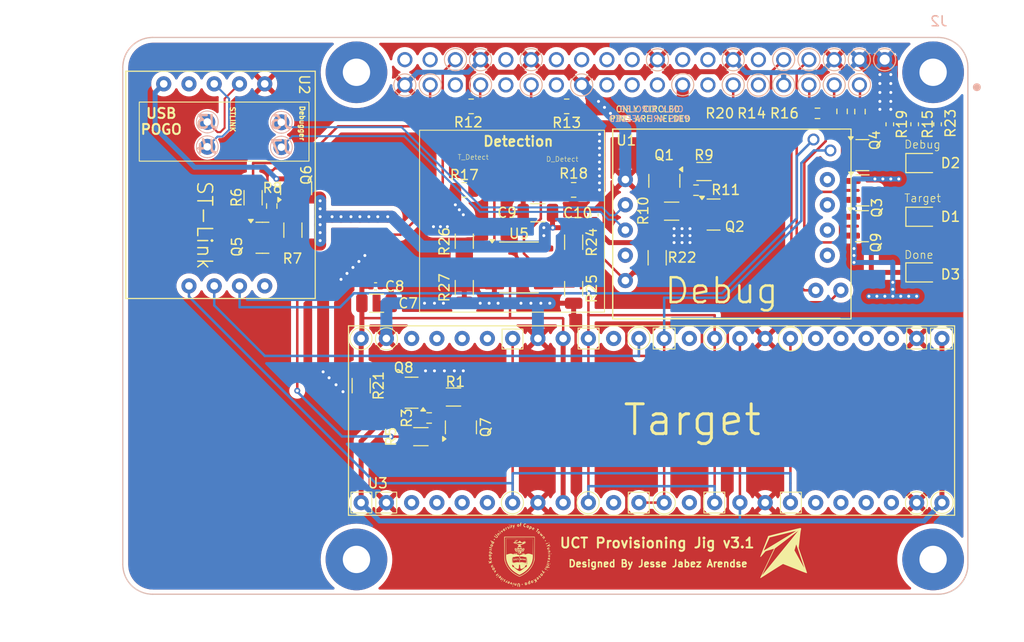
<source format=kicad_pcb>
(kicad_pcb (version 20240108) (generator "pcbnew") (generator_version "8.0")
  (layers (0 "F.Cu" signal) (31 "B.Cu" signal) (34 "B.Paste" user) (35 "F.Paste" user) (36 "B.SilkS" user "B.Silkscreen") (37 "F.SilkS" user "F.Silkscreen") (38 "B.Mask" user) (39 "F.Mask" user) (44 "Edge.Cuts" user))
  (net 0 "")
  (net 1 "GND")
  (net 4 "/STLink_Rx")
  (net 11 "/STLink_Tx")
  (net 18 "Net-(Q1-C)")
  (net 19 "Net-(Q1-B)")
  (net 20 "Net-(Q2-G)")
  (net 21 "+5V")
  (net 22 "unconnected-(J2-GCLK2{slash}GPIO6-Pad31)")
  (net 23 "Net-(Q5-B)")
  (net 24 "Net-(Q5-C)")
  (net 25 "Net-(Q6-G)")
  (net 26 "Net-(Q7-B)")
  (net 27 "Net-(Q7-C)")
  (net 29 "+3V3")
  (net 30 "Net-(Q8-G)")
  (net 36 "/NRST")
  (net 38 "/D_SWCLK")
  (net 40 "/D_SWIO")
  (net 61 "/USB2-")
  (net 62 "/USB2+")
  (net 63 "/RPI_Debug_EN")
  (net 64 "/RPI_Target_EN")
  (net 66 "/RPI_STLINK_EN")
  (net 68 "/USB1-")
  (net 69 "/USB1+")
  (net 70 "/Target_Detect")
  (net 71 "/Debug_Detect")
  (net 72 "/Debugger_PWR")
  (net 73 "/STLink_PWR")
  (net 74 "/Target_PWR")
  (net 75 "/D_Det_Bias")
  (net 76 "/T_Det_Bias")
  (net 77 "Net-(D1-K)")
  (net 78 "Net-(D1-A)")
  (net 79 "Net-(D2-K)")
  (net 80 "Net-(D2-A)")
  (net 81 "Net-(D3-A)")
  (net 82 "Net-(D3-K)")
  (net 83 "Net-(Q3-B)")
  (net 84 "Net-(Q4-B)")
  (net 85 "Net-(Q9-B)")
  (net 86 "/Raspberry Pi IOs/T_Yellow")
  (net 87 "/Raspberry Pi IOs/D_Yellow")
  (net 88 "/Raspberry Pi IOs/Green")
  (footprint "Resistor_SMD:R_0603_1608Metric" (layer "F.Cu") (at 179.1 75.025 -90)
    (property "Reference" "R16")
    (property "Value" "1k")
  )
  (footprint "Resistor_SMD:R_0805_2012Metric" (layer "F.Cu") (at 139.3 82.9 180)
    (property "Reference" "R17")
    (property "Value" "10k")
  )
  (footprint "Resistor_SMD:R_1206_3216Metric" (layer "F.Cu") (at 134.933 107.7214)
    (property "Reference" "R5")
    (property "Value" "100k")
  )
  (footprint "Resistor_SMD:R_0402_1005Metric" (layer "F.Cu") (at 184.6 76.3 90)
    (property "Reference" "R15")
    (property "Value" "100")
  )
  (footprint "Package_SO:SOIC-8-1EP_3.9x4.9mm_P1.27mm_EP2.29x3mm" (layer "F.Cu") (at 144.8 90.7)
    (property "Reference" "U5")
    (property "Value" "LM393")
  )
  (footprint "Capacitor_SMD:C_1206_3216Metric" (layer "F.Cu") (at 146.7 85.2 180)
    (property "Reference" "C9")
    (property "Value" "100u")
  )
  (footprint "Resistor_SMD:R_1206_3216Metric" (layer "F.Cu") (at 122.0604 86.9488 90)
    (property "Reference" "R7")
    (property "Value" "100k")
  )
  (footprint "Package_TO_SOT_SMD:SOT-23" (layer "F.Cu") (at 122.3841 82.7301 90)
    (property "Reference" "Q6")
    (property "Value" "AO3401A")
  )
  (footprint "Resistor_SMD:R_0603_1608Metric" (layer "F.Cu") (at 174.825 75.2)
    (property "Reference" "R20")
    (property "Value" "1k")
  )
  (footprint "Package_TO_SOT_SMD:SOT-23" (layer "F.Cu") (at 179.3375 79.4)
    (property "Reference" "Q4")
    (property "Value" "S8050_SMD")
  )
  (footprint "Resistor_SMD:R_0603_1608Metric" (layer "F.Cu") (at 135.763 105.8418 180)
    (property "Reference" "R3")
    (property "Value" "1k")
  )
  (footprint "Resistor_SMD:R_1206_3216Metric" (layer "F.Cu") (at 138.2136 103.7336 180)
    (property "Reference" "R1")
    (property "Value" "100k")
  )
  (footprint "Diode_SMD:D_0805_2012Metric" (layer "F.Cu") (at 185.4 85.6)
    (property "Reference" "D1")
    (property "Value" "Yellow")
  )
  (footprint "Resistor_SMD:R_0402_1005Metric" (layer "F.Cu") (at 182.1 76.3 90)
    (property "Reference" "R19")
    (property "Value" "100")
  )
  (footprint "Resistor_SMD:R_0805_2012Metric" (layer "F.Cu") (at 150.3 82.9)
    (property "Reference" "R18")
    (property "Value" "10k")
  )
  (footprint "Resistor_SMD:R_1206_3216Metric" (layer "F.Cu") (at 118.0559 83.6864 -90)
    (property "Reference" "R6")
    (property "Value" "100k")
  )
  (footprint "Resistor_SMD:R_0603_1608Metric" (layer "F.Cu") (at 119.9332 84.5236 90)
    (property "Reference" "R8")
    (property "Value" "1k")
  )
  (footprint "Diode_SMD:D_0805_2012Metric" (layer "F.Cu") (at 185.4 91.2)
    (property "Reference" "D3")
    (property "Value" "Green")
  )
  (footprint "LOGO" (layer "F.Cu") (at 144.9 119.6)
    (property "Reference" "G***" (hide yes))
    (property "Value" "LOGO" (hide yes))
  )
  (footprint "Package_TO_SOT_SMD:SOT-23" (layer "F.Cu") (at 133.9995 103.3 180)
    (property "Reference" "Q8")
    (property "Value" "AO3401A")
  )
  (footprint "Package_TO_SOT_SMD:SOT-23" (layer "F.Cu") (at 164.3718 85.3796)
    (property "Reference" "Q2")
    (property "Value" "AO3401A")
  )
  (footprint "Resistor_SMD:R_1206_3216Metric" (layer "F.Cu") (at 139.3 88.0625 -90)
    (property "Reference" "R26")
    (property "Value" "100k")
  )
  (footprint "Capacitor_SMD:C_0402_1005Metric" (layer "F.Cu") (at 130.38 92.6)
    (property "Reference" "C8")
    (property "Value" "100n")
  )
  (footprint "Package_TO_SOT_SMD:SOT-23" (layer "F.Cu") (at 179.3625 82.95)
    (property "Reference" "Q3")
    (property "Value" "S8050_SMD")
  )
  (footprint "Resistor_SMD:R_0805_2012Metric" (layer "F.Cu") (at 149.6 74.4982 180)
    (property "Reference" "R13")
    (property "Value" "10k")
  )
  (footprint "Resistor_SMD:R_1206_3216Metric" (layer "F.Cu") (at 160.1577 85.0392)
    (property "Reference" "R10")
    (property "Value" "100k")
  )
  (footprint "Package_TO_SOT_SMD:SOT-23" (layer "F.Cu") (at 159.4211 81.9935 -90)
    (property "Reference" "Q1")
    (property "Value" "S8050_SMD")
  )
  (footprint "Resistor_SMD:R_0603_1608Metric" (layer "F.Cu") (at 177.3 75 -90)
    (property "Reference" "R14")
    (property "Value" "1k")
  )
  (footprint "Capacitor_SMD:C_1206_3216Metric" (layer "F.Cu") (at 130.475 94.3)
    (property "Reference" "C7")
    (property "Value" "100u")
  )
  (footprint "UCT_REPO:STM32F051C6T6" (layer "F.Cu") (at 156.9435 108.245)
    (property "Reference" "U3")
    (property "Value" "Target")
  )
  (footprint "Resistor_SMD:R_1206_3216Metric" (layer "F.Cu") (at 150.3 88.1625 -90)
    (property "Reference" "R24")
    (property "Value" "100k")
  )
  (footprint "Package_TO_SOT_SMD:SOT-23" (layer "F.Cu") (at 179.3 86.55)
    (property "Reference" "Q9")
    (property "Value" "S8050_SMD")
  )
  (footprint "Resistor_SMD:R_1206_3216Metric" (layer "F.Cu") (at 158.7 89.7275 -90)
    (property "Reference" "R22")
    (property "Value" "100k")
  )
  (footprint "Capacitor_SMD:C_0402_1005Metric" (layer "F.Cu") (at 152.4 85.42 90)
    (property "Reference" "C10")
    (property "Value" "100n")
  )
  (footprint "UCT_REPO:STLINK_UCT" (layer "F.Cu") (at 166.4 85.8)
    (property "Reference" "U1")
    (property "Value" "New Version Debugger")
  )
  (footprint "Resistor_SMD:R_1206_3216Metric" (layer "F.Cu") (at 139.3 92.7375 -90)
    (property "Reference" "R27")
    (property "Value" "100k")
  )
  (footprint "Resistor_SMD:R_0805_2012Metric" (layer "F.Cu") (at 139.9875 74.5)
    (property "Reference" "R12")
    (property "Value" "10k")
  )
  (footprint "Diode_SMD:D_0805_2012Metric" (layer "F.Cu") (at 185.4 80.2)
    (property "Reference" "D2")
    (property "Value" "Yellow")
  )
  (footprint "Resistor_SMD:R_1206_3216Metric" (layer "F.Cu") (at 128.9279 102.5906 90)
    (property "Reference" "R21")
    (property "Value" "100k")
  )
  (footprint "Package_TO_SOT_SMD:SOT-23" (layer "F.Cu") (at 138.9615 106.7816 90)
    (property "Reference" "Q7")
    (property "Value" "S8050_SMD")
  )
  (footprint "UCT_REPO:STLINK_UCT" (layer "F.Cu") (at 115.2876 83.135 -90)
    (property "Reference" "U2")
    (property "Value" "ST-Link")
  )
  (footprint "Resistor_SMD:R_0603_1608Metric" (layer "F.Cu") (at 162.6093 82.931)
    (property "Reference" "R11")
    (property "Value" "1k")
  )
  (footprint "Resistor_SMD:R_1206_3216Metric" (layer "F.Cu") (at 150.3 92.8375 -90)
    (property "Reference" "R25")
    (property "Value" "100k")
  )
  (footprint "Package_TO_SOT_SMD:SOT-23" (layer "F.Cu") (at 118.9957 87.7143)
    (property "Reference" "Q5")
    (property "Value" "S8050_SMD")
  )
  (footprint "Resistor_SMD:R_1206_3216Metric" (layer "F.Cu") (at 163.4089 81.0514 180)
    (property "Reference" "R9")
    (property "Value" "100k")
  )
  (footprint "Resistor_SMD:R_0402_1005Metric" (layer "F.Cu") (at 186.9 76.3 90)
    (property "Reference" "R23")
    (property "Value" "100")
  )
  (footprint "SamacSys_Parts:P702200045" (layer "B.Cu") (at 120.9 78.6 180)
    (property "Reference" "J7")
    (property "Value" "POGO USB2-" (hide yes))
  )
  (footprint "SamacSys_Parts:P702200045" (layer "B.Cu") (at 120.9 76.1 180)
    (property "Reference" "J6")
    (property "Value" "POGO USB2+" (hide yes))
  )
  (footprint "LOGO" (layer "B.Cu") (at 171.6 119.4 180)
    (property "Reference" "G***" (hide yes))
    (property "Value" "LOGO" (hide yes))
  )
  (footprint "SamacSys_Parts:P702200045" (layer "B.Cu") (at 113.45 78.565 180)
    (property "Reference" "J4")
    (property "Value" "POGO USB1-" (hide yes))
  )
  (footprint "SamacSys_Parts:P702200045" (layer "B.Cu") (at 113.45 76.065 180)
    (property "Reference" "J3")
    (property "Value" "POGO USB1+" (hide yes))
  )
  (footprint "UCT_REPO:RASPBERRY_PI_3B" (layer "B.Cu") (at 147.455 95.57 180)
    (property "Reference" "J2")
    (property "Value" "Raspberry_Pi_2_3")
  )
  (gr_circle (center 146.0242 72.341902) (end 146.745063 71.496866) (stroke (width 0.1)) (fill none) (layer "B.SilkS"))
  (gr_circle (center 171.424382 69.783672) (end 172.145245 68.938636) (stroke (width 0.1)) (fill none) (layer "B.SilkS"))
  (gr_circle (center 171.424382 72.350574) (end 172.145245 71.505538) (stroke (width 0.1)) (fill none) (layer "B.SilkS"))
  (gr_circle (center 158.728627 69.81836) (end 159.44949 68.973324) (stroke (width 0.1)) (fill none) (layer "B.SilkS"))
  (gr_circle (center 146.032872 69.801016) (end 146.753735 68.95598) (stroke (width 0.1)) (fill none) (layer "B.SilkS"))
  (gr_circle (center 166.351283 72.33323) (end 167.072146 71.488194) (stroke (width 0.1)) (fill none) (layer "B.SilkS"))
  (gr_circle (center 161.269512 72.315886) (end 161.990375 71.47085) (stroke (width 0.1)) (fill none) (layer "B.SilkS"))
  (gr_circle (center 166.351283 69.809688) (end 167.072146 68.964652) (stroke (width 0.1)) (fill none) (layer "B.SilkS"))
  (gr_circle (center 179.047038 72.315886) (end 179.767901 71.47085) (stroke (width 0.1)) (fill none) (layer "B.SilkS"))
  (gr_circle (center 181.579252 69.801016) (end 182.300115 68.95598) (stroke (width 0.1)) (fill none) (layer "B.SilkS"))
  (gr_circle (center 133.320863 72.345036) (end 134.431597 72.345036) (stroke (width 0.1)) (fill none) (layer "B.SilkS"))
  (gr_circle (center 176.506153 72.33323) (end 177.227016 71.488194) (stroke (width 0.1)) (fill none) (layer "B.SilkS"))
  (gr_circle (center 140.933757 69.809688) (end 141.65462 68.964652) (stroke (width 0.1)) (fill none) (layer "B.SilkS"))
  (gr_circle (center 140.933757 72.33323) (end 141.65462 71.488194) (stroke (width 0.1)) (fill none) (layer "B.SilkS"))
  (gr_circle (center 173.973939 69.801016) (end 174.694802 68.95598) (stroke (width 0.1)) (fill none) (layer "B.SilkS"))
  (gr_circle (center 138.410215 69.792344) (end 139.131078 68.947308) (stroke (width 0.1)) (fill none) (layer "B.SilkS"))
  (gr_circle (center 151.10597 72.341902) (end 151.826833 71.496866) (stroke (width 0.1)) (fill none) (layer "B.SilkS"))
  (gr_circle (center 168.883496 72.359246) (end 169.604359 71.51421) (stroke (width 0.1)) (fill none) (layer "B.SilkS"))
  (gr_circle (center 179.029694 69.801016) (end 179.750557 68.95598) (stroke (width 0.1)) (fill none) (layer "B.SilkS"))
  (gr_circle (center 135.86933 72.341902) (end 136.590193 71.496866) (stroke (width 0.1)) (fill none) (layer "B.SilkS"))
  (gr_circle (center 173.973939 72.33323) (end 174.694802 71.488194) (stroke (width 0.1)) (fill none) (layer "B.SilkS"))
  (gr_circle (center 176.514825 69.801016) (end 177.235688 68.95598) (stroke (width 0.1)) (fill none) (layer "B.SilkS"))
  (gr_rect (start 106.6108 74.0664) (end 123.6804 80.01) (stroke (width 0.1)) (fill none) (layer "F.SilkS"))
  (gr_rect (start 183.8 96.8) (end 185.8 98.9) (stroke (width 0.1)) (fill none) (layer "F.SilkS"))
  (gr_circle (center 164.48754 97.83215) (end 163.766677 96.987114) (stroke (width 0.1)) (fill none) (layer "F.SilkS"))
  (gr_circle (center 135.86933 72.341902) (end 135.148467 71.496866) (stroke (width 0.1)) (fill none) (layer "F.SilkS"))
  (gr_rect (start 143.1 96.9) (end 145.2 98.9) (stroke (width 0.1)) (fill none) (layer "F.SilkS"))
  (gr_circle (center 171.424382 72.350574) (end 170.703519 71.505538) (stroke (width 0.1)) (fill none) (layer "F.SilkS"))
  (gr_circle (center 138.410215 69.792344) (end 137.689352 68.947308) (stroke (width 0.1)) (fill none) (layer "F.SilkS"))
  (gr_circle (center 181.579252 69.801016) (end 180.858389 68.95598) (stroke (width 0.1)) (fill none) (layer "F.SilkS"))
  (gr_circle (center 156.866098 97.83215) (end 156.145235 96.987114) (stroke (width 0.1)) (fill none) (layer "F.SilkS"))
  (gr_circle (center 146.032872 69.801016) (end 145.312009 68.95598) (stroke (width 0.1)) (fill none) (layer "F.SilkS"))
  (gr_circle (center 128.91063 97.864182) (end 128.189767 97.019146) (stroke (width 0.1)) (fill none) (layer "F.SilkS"))
  (gr_circle (center 176.514825 69.801016) (end 175.793962 68.95598) (stroke (width 0.1)) (fill none) (layer "F.SilkS"))
  (gr_circle (center 159.411377 114.375574) (end 158.690514 113.530538) (stroke (width 0.1)) (fill none) (layer "F.SilkS"))
  (gr_circle (center 133.320863 72.345036) (end 132.6 71.5) (stroke (width 0.1)) (fill none) (layer "F.SilkS"))
  (gr_rect (start 130.4 113.3) (end 132.5 115.4) (stroke (width 0.1)) (fill none) (layer "F.SilkS"))
  (gr_circle (center 151.75596 114.356102) (end 151.035097 113.511066) (stroke (width 0.1)) (fill none) (layer "F.SilkS"))
  (gr_circle (center 173.973939 72.33323) (end 173.253076 71.488194) (stroke (width 0.1)) (fill none) (layer "F.SilkS"))
  (gr_poly (pts (xy 134.8 76.9) (xy 153.4 76.9) (xy 153.4 95.2) (xy 134.8 95.2) (xy 134.8 84.5)) (stroke (width 0.1)) (fill none) (layer "F.SilkS"))
  (gr_circle (center 166.351283 72.33323) (end 165.63042 71.488194) (stroke (width 0.1)) (fill none) (layer "F.SilkS"))
  (gr_circle (center 161.269512 72.315886) (end 160.548649 71.47085) (stroke (width 0.1)) (fill none) (layer "F.SilkS"))
  (gr_rect (start 150.75 96.8) (end 152.85 98.9) (stroke (width 0.1)) (fill none) (layer "F.SilkS"))
  (gr_circle (center 168.883496 72.359246) (end 168.162633 71.51421) (stroke (width 0.1)) (fill none) (layer "F.SilkS"))
  (gr_circle (center 146.0242 72.341902) (end 145.303337 71.496866) (stroke (width 0.1)) (fill none) (layer "F.SilkS"))
  (gr_circle (center 144.140013 114.359301) (end 143.41915 113.514265) (stroke (width 0.1)) (fill none) (layer "F.SilkS"))
  (gr_rect (start 163.4 113.3) (end 165.5 115.4) (stroke (width 0.1)) (fill none) (layer "F.SilkS"))
  (gr_rect (start 171.1 113.3) (end 173.2 115.4) (stroke (width 0.1)) (fill none) (layer "F.SilkS"))
  (gr_circle (center 140.933757 72.33323) (end 140.212894 71.488194) (stroke (width 0.1)) (fill none) (layer "F.SilkS"))
  (gr_circle (center 171.424382 69.783672) (end 170.703519 68.938636) (stroke (width 0.1)) (fill none) (layer "F.SilkS"))
  (gr_circle (center 172.1 97.9) (end 171.3 97) (stroke (width 0.1)) (fill none) (layer "F.SilkS"))
  (gr_circle (center 158.728627 69.81836) (end 158.007764 68.973324) (stroke (width 0.1)) (fill none) (layer "F.SilkS"))
  (gr_rect (start 155.8 113.3) (end 157.9 115.4) (stroke (width 0.1)) (fill none) (layer "F.SilkS"))
  (gr_circle (center 179.029694 69.801016) (end 178.308831 68.95598) (stroke (width 0.1)) (fill none) (layer "F.SilkS"))
  (gr_circle (center 173.973939 69.801016) (end 173.253076 68.95598) (stroke (width 0.1)) (fill none) (layer "F.SilkS"))
  (gr_circle (center 179.047038 72.315886) (end 178.326175 71.47085) (stroke (width 0.1)) (fill none) (layer "F.SilkS"))
  (gr_circle (center 151.10597 72.341902) (end 150.385107 71.496866) (stroke (width 0.1)) (fill none) (layer "F.SilkS"))
  (gr_circle (center 131.472938 97.875829) (end 130.752075 97.030793) (stroke (width 0.1)) (fill none) (layer "F.SilkS"))
  (gr_circle (center 166.351283 69.809688) (end 165.63042 68.964652) (stroke (width 0.1)) (fill none) (layer "F.SilkS"))
  (gr_circle (center 140.933757 69.809688) (end 140.212894 68.964652) (stroke (width 0.1)) (fill none) (layer "F.SilkS"))
  (gr_circle (center 184.778646 114.371464) (end 184.057783 113.526428) (stroke (width 0.1)) (fill none) (layer "F.SilkS"))
  (gr_circle (center 176.506153 72.33323) (end 175.78529 71.488194) (stroke (width 0.1)) (fill none) (layer "F.SilkS"))
  (gr_rect (start 186.2 96.8) (end 188.4 98.9) (stroke (width 0.1)) (fill none) (layer "F.SilkS"))
  (gr_rect (start 127.9 113.3) (end 130 115.4) (stroke (width 0.1)) (fill none) (layer "F.SilkS"))
  (gr_rect (start 158.3 96.8) (end 160.5 98.9) (stroke (width 0.1)) (fill none) (layer "F.SilkS"))
  (gr_circle (center 187.351864 114.332178) (end 186.631001 113.487142) (stroke (width 0.1)) (fill none) (layer "F.SilkS"))
  (gr_line (start 187 123.6) (end 108 123.6) (stroke (width 0.05)) (layer "Edge.Cuts"))
  (gr_arc (start 108 123.6) (mid 105.87868 122.72132) (end 105 120.6) (stroke (width 0.05)) (layer "Edge.Cuts"))
  (gr_arc (start 190 120.6) (mid 189.12132 122.72132) (end 187 123.6) (stroke (width 0.05)) (layer "Edge.Cuts"))
  (gr_line (start 105 120.6) (end 105 70.6) (stroke (width 0.05)) (layer "Edge.Cuts"))
  (gr_arc (start 105 70.6) (mid 105.87868 68.47868) (end 108 67.6) (stroke (width 0.05)) (layer "Edge.Cuts"))
  (gr_line (start 108 67.6) (end 187 67.6) (stroke (width 0.05)) (layer "Edge.Cuts"))
  (gr_line (start 190 70.6) (end 190 120.6) (stroke (width 0.05)) (layer "Edge.Cuts"))
  (gr_arc (start 187 67.6) (mid 189.12132 68.47868) (end 190 70.6) (stroke (width 0.05)) (layer "Edge.Cuts"))
  (gr_text "ONLY CIRCLED \nPINS ARE NEEDED" (at 157.9 76.1 -0) (layer "B.SilkS") (effects (font (size 0.6 0.6) (thickness 0.1)) (justify bottom mirror)))
  (gr_text "D_Detect" (at 147.5 80.1 0) (layer "F.SilkS") (effects (font (size 0.5 0.5) (thickness 0.05)) (justify left bottom)))
  (gr_text "T_Detect" (at 138.6 79.9 0) (layer "F.SilkS") (effects (font (size 0.5 0.5) (thickness 0.05)) (justify left bottom)))
  (gr_text "ST-Link" (at 112.3 81.9 270) (layer "F.SilkS") (effects (font (size 1.5 1.5)) (justify left bottom)))
  (gr_text "Done" (at 183.5 89.9 0) (layer "F.SilkS") (effects (font (size 0.8 0.8) (thickness 0.08)) (justify left bottom)))
  (gr_text "Debug" (at 159.3 94.5 0) (layer "F.SilkS") (effects (font (size 2.5 2.5) (thickness 0.25)) (justify left bottom)))
  (gr_text "STLINK" (at 115.7 75.8 270) (layer "F.SilkS") (effects (font (size 0.5 0.5) (thickness 0.125)) (justify bottom)))
  (gr_text "Target" (at 155.1 107.8 0) (layer "F.SilkS") (effects (font (size 3 3) (thickness 0.3)) (justify left bottom)))
  (gr_text "UCT Provisioning Jig v3.1\n" (at 148.8 119 0) (layer "F.SilkS") (effects (font (size 1 1) (thickness 0.2) (bold yes)) (justify left bottom)))
  (gr_text "Detection" (at 141.1 78.6 0) (layer "F.SilkS") (effects (font (size 1 1) (thickness 0.2) (bold yes)) (justify left bottom)))
  (gr_text "USB \nPOGO \n" (at 109.2 77.4 0) (layer "F.SilkS") (effects (font (size 1 1) (thickness 0.2) (bold yes)) (justify bottom)))
  (gr_text "Debugger" (at 122.7 76.2 270) (layer "F.SilkS") (effects (font (size 0.5 0.5) (thickness 0.125)) (justify bottom)))
  (gr_text "Debug" (at 183.5 78.8 0) (layer "F.SilkS") (effects (font (size 0.8 0.8) (thickness 0.08)) (justify left bottom)))
  (gr_text "Target" (at 183.5 84.2 0) (layer "F.SilkS") (effects (font (size 0.8 0.8) (thickness 0.08)) (justify left bottom)))
  (gr_text "Designed By Jesse Jabez Arendse" (at 149.7 120.9 0) (layer "F.SilkS") (effects (font (size 0.7 0.7) (thickness 0.15) (bold yes)) (justify left bottom)))
  (gr_text "ONLY CIRCLED \nPINS ARE NEEDED" (at 158 76.1 0) (layer "F.SilkS") (effects (font (size 0.6 0.6) (thickness 0.1)) (justify bottom)))
  (segment (start 117.1 83.7) (end 116.3 84.5) (width 0.25) (layer "F.Cu") (net 1))
  (segment (start 158.725 69.8) (end 157.425 71.1) (width 0.5) (layer "F.Cu") (net 1))
  (segment (start 139.7 71.045) (end 140.945 69.8) (width 0.5) (layer "F.Cu") (net 1))
  (segment (start 116.9643 88.6643) (end 118.0582 88.6643) (width 0.25) (layer "F.Cu") (net 1))
  (segment (start 139.7 73.875) (end 139.7 71.045) (width 0.5) (layer "F.Cu") (net 1))
  (segment (start 116.3 88) (end 116.9643 88.6643) (width 0.25) (layer "F.Cu") (net 1))
  (segment (start 159.937 71.012) (end 165.133 71.012) (width 0.5) (layer "F.Cu") (net 1))
  (segment (start 157.425 71.1) (end 152.345 71.1) (width 0.5) (layer "F.Cu") (net 1))
  (segment (start 142.210356 71.065356) (end 144.759644 71.065356) (width 0.5) (layer "F.Cu") (net 1))
  (segment (start 152.345 71.1) (end 151.105 72.34) (width 0.5) (layer "F.Cu") (net 1))
  (segment (start 165.8 96.2) (end 167 95) (width 0.25) (layer "F.Cu") (net 1))
  (segment (start 179.85 81.8) (end 178.4 80.35) (width 0.5) (layer "F.Cu") (net 1))
  (segment (start 185.3 81.8) (end 185.3 93.6) (width 0.25) (layer "F.Cu") (net 1))
  (segment (start 183 81.8) (end 185.3 81.8) (width 0.25) (layer "F.Cu") (net 1))
  (segment (start 169.5635 114.355) (end 167.9185 116) (width 0.25) (layer "F.Cu") (net 1))
  (segment (start 127.0301 80.7301) (end 120.239816 80.7301) (width 0.25) (layer "F.Cu") (net 1))
  (segment (start 118.5 83.7) (end 117.1 83.7) (width 0.25) (layer "F.Cu") (net 1))
  (segment (start 163.2 115) (end 163.2 96.3) (width 0.25) (layer "F.Cu") (net 1))
  (segment (start 150.5 96.9) (end 150.5 115.4) (width 0.25) (layer "F.Cu") (net 1))
  (segment (start 178.5 84.8) (end 178.5 83.975) (width 0.5) (layer "F.Cu") (net 1))
  (segment (start 167.9185 116) (end 165.8 116) (width 0.25) (layer "F.Cu") (net 1))
  (segment (start 183 81.8) (end 179.85 81.8) (width 0.5) (layer "F.Cu") (net 1))
  (segment (start 116.3 84.5) (end 116.3 88) (width 0.25) (layer "F.Cu") (net 1))
  (segment (start 155.6 115.55) (end 155.6 96.85) (width 0.25) (layer "F.Cu") (net 1))
  (segment (start 165.8 116) (end 165.8 96.2) (width 0.25) (layer "F.Cu") (net 1))
  (segment (start 178.5 83.975) (end 178.425 83.9) (width 0.5) (layer "F.Cu") (net 1))
  (segment (start 146.025 69.8) (end 147.291607 71.066607) (width 0.5) (layer "F.Cu") (net 1))
  (segment (start 165.133 71.012) (end 166.345 69.8) (width 0.5) (layer "F.Cu") (net 1))
  (segment (start 140.945 69.8) (end 142.210356 71.065356) (width 0.5) (layer "F.Cu") (net 1))
  (segment (start 144.759644 71.065356) (end 146.025 69.8) (width 0.5) (layer "F.Cu") (net 1))
  (segment (start 155.48 81.86) (end 152.4 84.94) (width 0.5) (layer "F.Cu") (net 1))
  (segment (start 167 95) (end 169.6 95) (width 0.25) (layer "F.Cu") (net 1))
  (segment (start 139.075 74.5) (end 139.7 73.875) (width 0.5) (layer "F.Cu") (net 1))
  (segment (start 158.725 69.8) (end 159.937 71.012) (width 0.5) (layer "F.Cu") (net 1))
  (segment (start 185.3 93.6) (end 184.8 93.6) (width 0.25) (layer "F.Cu") (net 1))
  (segment (start 155.5 81.86) (end 155.48 81.86) (width 0.5) (layer "F.Cu") (net 1))
  (segment (start 149.831607 71.066607) (end 151.105 72.34) (width 0.5) (layer "F.Cu") (net 1))
  (segment (start 169.6 95) (end 169.5635 95.0365) (width 0.25) (layer "F.Cu") (net 1))
  (segment (start 120.239816 80.7301) (end 119.5 81.469916) (width 0.25) (layer "F.Cu") (net 1))
  (segment (start 119.5 81.469916) (end 119.5 82.7) (width 0.25) (layer "F.Cu") (net 1))
  (segment (start 176.3 83.1) (end 174.8 83.1) (width 0.25) (layer "F.Cu") (net 1))
  (segment (start 147.291607 71.066607) (end 149.831607 71.066607) (width 0.5) (layer "F.Cu") (net 1))
  (segment (start 119.5 82.7) (end 118.5 83.7) (width 0.25) (layer "F.Cu") (net 1))
  (via (at 180 93.6) (size 0.6) (drill 0.3) (layers "F.Cu" "B.Cu") (net 1))
  (via (at 178.5 90.2) (size 0.6) (drill 0.3) (layers "F.Cu" "B.Cu") (net 1))
  (via (at 182.2 81.8) (size 0.6) (drill 0.3) (layers "F.Cu" "B.Cu") (net 1))
  (via (at 178.5 84.8) (size 0.6) (drill 0.3) (layers "F.Cu" "B.Cu") (net 1))
  (via (at 182.4 93.6) (size 0.6) (drill 0.3) (layers "F.Cu" "B.Cu") (net 1))
  (via (at 184 93.6) (size 0.6) (drill 0.3) (layers "F.Cu" "B.Cu") (net 1))
  (via (at 142.7 94.3) (size 0.6) (drill 0.3) (layers "F.Cu" "B.Cu") (net 1))
  (via (at 152.8 74) (size 0.6) (drill 0.3) (layers "F.Cu" "B.Cu") (net 1))
  (via (at 180.6 81.8) (size 0.6) (drill 0.3) (layers "F.Cu" "B.Cu") (net 1))
  (via (at 154 75.2) (size 0.6) (drill 0.3) (layers "F.Cu" "B.Cu") (net 1))
  (via (at 180.8 93.6) (size 0.6) (drill 0.3) (layers "F.Cu" "B.Cu") (net 1))
  (via (at 183.2 93.6) (size 0.6) (drill 0.3) (layers "F.Cu" "B.Cu") (net 1))
  (via (at 147 94.3) (size 0.6) (drill 0.3) (layers "F.Cu" "B.Cu") (net 1))
  (via (at 135.3 94.3) (size 0.6) (drill 0.3) (layers "F.Cu" "B.Cu") (net 1))
  (via (at 140.9 94.3) (size 0.6) (drill 0.3) (layers "F.Cu" "B.Cu") (net 1))
  (via (at 178.5 88.8) (size 0.6) (drill 0.3) (layers "F.Cu" "B.Cu") (net 1))
  (via (at 153.4 74.6) (size 0.6) (drill 0.3) (layers "F.Cu" "B.Cu") (net 1))
  (via (at 183 81.8) (size 0.6) (drill 0.3) (layers "F.Cu" "B.Cu") (net 1))
  (via (at 184.8 93.6) (size 0.6) (drill 0.3) (layers "F.Cu" "B.Cu") (net 1))
  (via (at 182.4 92.2) (size 0.6) (drill 0.3) (layers "F.Cu" "B.Cu") (net 1))
  (via (at 181.6 93.6) (size 0.6) (drill 0.3) (layers "F.Cu" "B.Cu") (net 1))
  (via (at 182.4 92.9) (size 0.6) (drill 0.3) (layers "F.Cu" "B.Cu") (net 1))
  (via (at 136.3 94.3) (size 0.6) (drill 0.3) (layers "F.Cu" "B.Cu") (net 1))
  (via (at 137.2 94.3) (size 0.6) (drill 0.3) (layers "F.Cu" "B.Cu") (net 1))
  (via (at 181.4 81.8) (size 0.6) (drill 0.3) (layers "F.Cu" "B.Cu") (net 1))
  (via (at 141.8 94.3) (size 0.6) (drill 0.3) (layers "F.Cu" "B.Cu") (net 1))
  (via (at 178.5 89.5) (size 0.6) (drill 0.3) (layers "F.Cu" "B.Cu") (net 1))
  (via (at 147.9 94.3) (size 0.6) (drill 0.3) (layers "F.Cu" "B.Cu") (net 1))
  (via (at 145 94.3) (size 0.6) (drill 0.3) (layers "F.Cu" "B.Cu") (net 1))
  (via (at 146 94.3) (size 0.6) (drill 0.3) (layers "F.Cu" "B.Cu") (net 1))
  (segment (start 134.590312 71.067644) (end 139.677356 71.067644) (width 0.5) (layer "B.Cu") (net 1))
  (segment (start 180.6 81.8) (end 178.5 81.8) (width 0.5) (layer "B.Cu") (net 1))
  (segment (start 184.8 93.6) (end 184.6 93.6) (width 0.5) (layer "B.Cu") (net 1))
  (segment (start 171.425 71.057109) (end 175.247891 71.057109) (width 0.5) (layer "B.Cu") (net 1))
  (segment (start 141.8 94.3) (end 140.9 94.3) (width 1.2) (layer "B.Cu") (net 1))
  (segment (start 181.6 93.6) (end 180.8 93.6) (width 0.5) (layer "B.Cu") (net 1))
  (segment (start 182.4 90.188094) (end 182.384653 90.172747) (width 0.5) (layer "B.Cu") (net 1))
  (segment (start 131.5 94.3) (end 131.4635 94.3365) (width 1.2) (layer "B.Cu") (net 1))
  (segment (start 178.5 88.8) (end 178.5 89.5) (width 0.5) (layer "B.Cu") (net 1))
  (segment (start 178.5 84.8) (end 178.5 88.8) (width 0.5) (layer "B.Cu") (net 1))
  (segment (start 146 94.3) (end 145 94.3) (width 1.2) (layer "B.Cu") (net 1))
  (segment (start 152.8 74.035) (end 152.8 74) (width 1.2) (layer "B.Cu") (net 1))
  (segment (start 180 93.6) (end 180.1 93.6) (width 0.5) (layer "B.Cu") (net 1))
  (segment (start 153.965 75.2) (end 153.4 74.635) (width 1.2) (layer "B.Cu") (net 1))
  (segment (start 146.7 94.3) (end 147 94.3) (width 1.2) (layer "B.Cu") (net 1))
  (segment (start 153.4 74.635) (end 153.4 74.6) (width 1.2) (layer "B.Cu") (net 1))
  (segment (start 153.4 74.6) (end 153.365 74.6) (width 1.2) (layer "B.Cu") (net 1))
  (segment (start 146.7035 94.3035) (end 146.7 94.3) (width 1.2) (layer "B.Cu") (net 1))
  (segment (start 180.8 93.6) (end 180 93.6) (width 0.5) (layer "B.Cu") (net 1))
  (segment (start 178.5 89.5) (end 178.5 90.2) (width 0.5) (layer "B.Cu") (net 1))
  (segment (start 180.1 93.6) (end 183.2 93.6) (width 0.5) (layer "B.Cu") (net 1))
  (segment (start 140.9 94.3) (end 137.2 94.3) (width 1.2) (layer "B.Cu") (net 1))
  (segment (start 154 75.2) (end 153.965 75.2) (width 1.2) (layer "B.Cu") (net 1))
  (segment (start 166.345 69.8) (end 167.645 71.1) (width 0.5) (layer "B.Cu") (net 1))
  (segment (start 182.2 81.8) (end 181.4 81.8) (width 0.5) (layer "B.Cu") (net 1))
  (segment (start 152.8 74) (end 152.765 74) (width 1.2) (layer "B.Cu") (net 1))
  (segment (start 184 93.6) (end 184.7 93.6) (width 0.5) (layer "B.Cu") (net 1))
  (segment (start 154 75.235) (end 154 75.2) (width 1.2) (layer "B.Cu") (net 1))
  (segment (start 171.425 71.1) (end 171.425 72.34) (width 0.5) (layer "B.Cu") (net 1))
  (segment (start 182.384653 90.172747) (end 182.3574 90.2) (width 0.5) (layer "B.Cu") (net 1))
  (segment (start 135.3 94.3) (end 131.5 94.3) (width 1.2) (layer "B.Cu") (net 1))
  (segment (start 182.3574 90.2) (end 178.5 90.2) (width 0.5) (layer "B.Cu") (net 1))
  (segment (start 182.4 93.6) (end 182.4 92.9) (width 0.5) (layer "B.Cu") (net 1))
  (segment (start 146.7 94.3) (end 146 94.3) (width 1.2) (layer "B.Cu") (net 1))
  (segment (start 182.4 92.2) (end 182.4 90.188094) (width 0.5) (layer "B.Cu") (net 1))
  (segment (start 182.4 93.6) (end 181.6 93.6) (width 0.5) (layer "B.Cu") (net 1))
  (segment (start 175.247891 71.057109) (end 176.505 69.8) (width 0.5) (layer "B.Cu") (net 1))
  (segment (start 155.5125 76.7475) (end 154 75.235) (width 1.2) (layer "B.Cu") (net 1))
  (segment (start 184.7 93.6) (end 184.8 93.6) (width 0.5) (layer "B.Cu") (net 1))
  (segment (start 171.425 72.34) (end 171.425 71.057109) (width 0.5) (layer "B.Cu") (net 1))
  (segment (start 178.5 81.8) (end 178.5 84.8) (width 0.5) (layer "B.Cu") (net 1))
  (segment (start 139.677356 71.067644) (end 140.945 69.8) (width 0.5) (layer "B.Cu") (net 1))
  (segment (start 155.5125 76.7475) (end 155.5 76.76) (width 1.2) (layer "B.Cu") (net 1))
  (segment (start 152.765 74) (end 151.105 72.34) (width 1.2) (layer "B.Cu") (net 1))
  (segment (start 137.2 94.3) (end 136.3 94.3) (width 1.2) (layer "B.Cu") (net 1))
  (segment (start 181.4 81.8) (end 180.6 81.8) (width 0.5) (layer "B.Cu") (net 1))
  (segment (start 167.645 71.1) (end 171.425 71.1) (width 0.5) (layer "B.Cu") (net 1))
  (segment (start 131.4635 94.3365) (end 131.4635 97.845) (width 1.2) (layer "B.Cu") (net 1))
  (segment (start 145 94.3) (end 142.7 94.3) (width 1.2) (layer "B.Cu") (net 1))
  (segment (start 146.7035 97.845) (end 146.7035 94.3035) (width 1.2) (layer "B.Cu") (net 1))
  (segment (start 183 81.8) (end 182.2 81.8) (width 0.5) (layer "B.Cu") (net 1))
  (segment (start 153.365 74.6) (end 152.8 74.035) (width 1.2) (layer "B.Cu") (net 1))
  (segment (start 133.322046 72.33591) (end 134.590312 71.067644) (width 0.5) (layer "B.Cu") (net 1))
  (segment (start 147 94.3) (end 147.9 94.3) (width 1.2) (layer "B.Cu") (net 1))
  (segment (start 183.2 93.6) (end 184 93.6) (width 0.5) (layer "B.Cu") (net 1))
  (segment (start 142.7 94.3) (end 141.8 94.3) (width 1.2) (layer "B.Cu") (net 1))
  (segment (start 182.4 92.9) (end 182.4 92.2) (width 0.5) (layer "B.Cu") (net 1))
  (segment (start 155.5 76.76) (end 155.5 81.86) (width 1.2) (layer "B.Cu") (net 1))
  (segment (start 136.3 94.3) (end 135.3 94.3) (width 1.2) (layer "B.Cu") (net 1))
  (segment (start 173.5 93) (end 172.734261 92.234261) (width 0.25) (layer "F.Cu") (net 4))
  (segment (start 174.65 93) (end 173.5 93) (width 0.25) (layer "F.Cu") (net 4))
  (segment (start 172.734261 71.030739) (end 173.965 69.8) (width 0.25) (layer "F.Cu") (net 4))
  (segment (start 172.734261 92.234261) (end 172.734261 71.030739) (width 0.25) (layer "F.Cu") (net 4))
  (segment (start 172.2 75.5) (end 172.2 92.7) (width 0.25) (layer "F.Cu") (net 11))
  (segment (start 172.2 92.7) (end 173.7 94.2) (width 0.25) (layer "F.Cu") (net 11))
  (segment (start 175.965 94.2) (end 177.175 92.99) (width 0.25) (layer "F.Cu") (net 11))
  (segment (start 171.4 69.8) (end 170.158511 71.041489) (width 0.25) (layer "F.Cu") (net 11))
  (segment (start 171.425 69.8) (end 171.4 69.8) (width 0.25) (layer "F.Cu") (net 11))
  (segment (start 170.158511 71.041489) (end 170.158511 73.458511) (width 0.25) (layer "F.Cu") (net 11))
  (segment (start 173.7 94.2) (end 175.965 94.2) (width 0.25) (layer "F.Cu") (net 11))
  (segment (start 170.158511 73.458511) (end 172.2 75.5) (width 0.25) (layer "F.Cu") (net 11))
  (segment (start 161.7843 82.931) (end 159.4211 82.931) (width 0.5) (layer "F.Cu") (net 18))
  (segment (start 160.3711 81.056) (end 161.9418 81.056) (width 0.5) (layer "F.Cu") (net 19))
  (segment (start 161.9418 81.056) (end 161.9464 81.0514) (width 0.5) (layer "F.Cu") (net 19))
  (segment (start 163.4343 84.4296) (end 163.4343 82.931) (width 0.5) (layer "F.Cu") (net 20))
  (segment (start 163.4343 85.0392) (end 163.4343 84.4296) (width 0.5) (layer "F.Cu") (net 20))
  (segment (start 161.6202 85.0392) (end 163.4343 85.0392) (width 0.5) (layer "F.Cu") (net 20))
  (segment (start 124.8 88) (end 124.8 88.4) (width 1.2) (layer "F.Cu") (net 21))
  (segment (start 161.7 86.9) (end 161.8 86.8) (width 1.2) (layer "F.Cu") (net 21))
  (segment (start 179.045 69.8) (end 180.545 71.3) (width 1.2) (layer "F.Cu") (net 21))
  (segment (start 181.6 72.2) (end 181.445 72.2) (width 1.2) (layer "F.Cu") (net 21))
  (segment (start 182.2 74.8) (end 181.5 75) (width 1.2) (layer "F.Cu") (net 21))
  (segment (start 181.585 71.485) (end 181.6 71.5) (width 1.2) (layer "F.Cu") (net 21))
  (segment (start 181.6 73.6) (end 181.585 73.615) (width 1.2) (layer "F.Cu") (net 21))
  (segment (start 181.6 73.1) (end 182.2 73.7) (width 1.2) (layer "F.Cu") (net 21))
  (segment (start 147.3 86.7) (end 148.2 86.7) (width 0.5) (layer "F.Cu") (net 21))
  (segment (start 158.638959 88.203959) (end 153.903959 88.203959) (width 0.5) (layer "F.Cu") (net 21))
  (segment (start 181.6 72.9) (end 181.6 73.1) (width 1.2) (layer "F.Cu") (net 21))
  (segment (start 161.2 88.2) (end 161.3 88.2) (width 1.2) (layer "F.Cu") (net 21))
  (segment (start 153.903959 88.203959) (end 152.4 86.7) (width 0.5) (layer "F.Cu") (net 21))
  (segment (start 161.2 87.5) (end 161.9 87.8) (width 1.2) (layer "F.Cu") (net 21))
  (segment (start 182.2 72.2) (end 182.313929 72.313929) (width 1.2) (layer "F.Cu") (net 21))
  (segment (start 181.585 72.215) (end 181.585 72.885) (width 1.2) (layer "F.Cu") (net 21))
  (segment (start 181.1 71.855) (end 181.1 71.855) (width 1.2) (layer "F.Cu") (net 21))
  (segment (start 181.1 72.2) (end 181.1 73.1) (width 1.2) (layer "F.Cu") (net 21))
  (segment (start 160 86.9) (end 160.1 86.8) (width 1.2) (layer "F.Cu") (net 21))
  (segment (start 124.8 87.2) (end 124.8 88) (width 1.2) (layer "F.Cu") (net 21))
  (segment (start 163.4343 86.3296) (end 163.4343 88.2657) (width 1.2) (layer "F.Cu") (net 21))
  (segment (start 160.4 88.2) (end 160.365 88.265) (width 1.2) (layer "F.Cu") (net 21))
  (segment (start 181.585 69.8) (end 181.585 70.9) (width 1.2) (layer "F.Cu") (net 21))
  (segment (start 182.313929 72.686071) (end 182.313929 73.213929) (width 1.2) (layer "F.Cu") (net 21))
  (segment (start 124.8 83.7) (end 124.8 84) (width 1.2) (layer "F.Cu") (net 21))
  (segment (start 181.49 75.79) (end 181.1 75.4) (width 0.5) (layer "F.Cu") (net 21))
  (segment (start 181.585 74.285) (end 181.6 74.3) (width 1.2) (layer "F.Cu") (net 21))
  (segment (start 182.1 75.79) (end 182.09 75.79) (width 0.5) (layer "F.Cu") (net 21))
  (segment (start 158.7 86.7048) (end 158.6952 86.7) (width 1.2) (layer "F.Cu") (net 21))
  (segment (start 182.3 75) (end 182.2 74.8) (width 1.2) (layer "F.Cu") (net 21))
  (segment (start 126 85.6) (end 126.9 85.6) (width 1.2) (layer "F.Cu") (net 21))
  (segment (start 159.9 86.8) (end 160 86.9) (width 1.2) (layer "F.Cu") (net 21))
  (segment (start 182.09 75.79) (end 181.1 74.8) (width 0.5) (layer "F.Cu") (net 21))
  (segment (start 182.75 73.65) (end 184.4 75.3) (width 1.2) (layer "F.Cu") (net 21))
  (segment (start 162.294053 87.394053) (end 162.4 87.5) (width 1.2) (layer "F.Cu") (net 21))
  (segment (start 160.4 87.5) (end 161.2 87.5) (width 1.2) (layer "F.Cu") (net 21))
  (segment (start 161.2 88.3) (end 161.2 88.2) (width 1.2) (layer "F.Cu") (net 21))
  (segment (start 158.7 87.394053) (end 158.7 88.265) (width 0.5) (layer "F.Cu") (net 21))
  (segment (start 181.585 72.915) (end 181.585 73.585) (width 1.2) (layer "F.Cu") (net 21))
  (segment (start 182.313929 72.686071) (end 182.05 72.95) (width 1.2) (layer "F.Cu") (net 21))
  (segment (start 127.9 85.6) (end 128.8 85.6) (width 1.2) (layer "F.Cu") (net 21))
  (segment (start 181.1 73.1) (end 181.1 74) (width 1.2) (layer "F.Cu") (net 21))
  (segment (start 182.2 71.3) (end 182.313929 71.413929) (width 1.2) (layer "F.Cu") (net 21))
  (segment (start 179.045 69.8) (end 180.7 69.8) (width 1.2) (layer "F.Cu") (net 21))
  (segment (start 124.8 85.6) (end 126 85.6) (width 1.2) (layer "F.Cu") (net 21))
  (segment (start 181.445 72.2) (end 179.045 69.8) (width 1.2) (layer "F.Cu") (net 21))
  (segment (start 123.9 88.4) (end 123.8887 88.4113) (width 1.2) (layer "F.Cu") (net 21))
  (segment (start 181.585 71.515) (end 181.585 72.185) (width 1.2) (layer "F.Cu") (net 21))
  (segment (start 161.2 88.3) (end 161.2 88.3) (width 1.2) (layer "F.Cu") (net 21))
  (segment (start 148.2 86.7) (end 150.3 86.7) (width 0.5) (layer "F.Cu") (net 21))
  (segment (start 182.313929 69.846211) (end 182.313929 71.186071) (width 1.2) (layer "F.Cu") (net 21))
  (segment (start 150.3 86.7) (end 152.3 86.7) (width 0.5) (layer "F.Cu") (net 21))
  (segment (start 182.313929 71.186071) (end 182.2 71.3) (width 1.2) (layer "F.Cu") (net 21))
  (segment (start 124.8 88.4) (end 123.9 88.4) (width 1.2) (layer "F.Cu") (net 21))
  (segment (start 163.4343 88.2657) (end 163.4 88.3) (width 1.2) (layer "F.Cu") (net 21))
  (segment (start 162.4 87.5) (end 162.4 87.2) (width 1.2) (layer "F.Cu") (net 21))
  (segment (start 161.6 86.8) (end 161.7 86.9) (width 1.2) (layer "F.Cu") (net 21))
  (segment (start 161.235 88.265) (end 162.035 88.265) (width 1.2) (layer "F.Cu") (net 21))
  (segment (start 147.275 88.795) (end 147.275 87.525) (width 0.5) (layer "F.Cu") (net 21))
  (segment (start 181.585 72.185) (end 181.6 72.2) (width 1.2) (layer "F.Cu") (net 21))
  (segment (start 181.585 69.8) (end 181.585 73.115) (width 1.2) (layer "F.Cu") (net 21))
  (segment (start 181.1 71.855) (end 181.1 72.2) (width 1.2) (layer "F.Cu") (net 21))
  (segment (start 181.2 75.3) (end 186.8 75.3) (width 0.5) (layer "F.Cu") (net 21))
  (segment (start 161.3 88.2) (end 161.235 88.265) (width 1.2) (layer "F.Cu") (net 21))
  (segment (start 181.6 71.5) (end 181.585 71.515) (width 1.2) (layer "F.Cu") (net 21))
  (segment (start 131.6 85.6) (end 132 85.6) (width 1.2) (layer "F.Cu") (net 21))
  (segment (start 181.585 70.9) (end 181.585 71.485) (width 1.2) (layer "F.Cu") (net 21))
  (segment (start 147.275 87.525) (end 147.3 87.5) (width 0.5) (layer "F.Cu") (net 21))
  (segment (start 160.9 86.8) (end 161.2 86.8) (width 1.2) (layer "F.Cu") (net 21))
  (segment (start 180.7 69.8) (end 180.7 70.015) (width 1.2) (layer "F.Cu") (net 21))
  (segment (start 182.6 75.3) (end 183.8 75.3) (width 1.2) (layer "F.Cu") (net 21))
  (segment (start 161.165 88.265) (end 161.2 88.3) (width 1.2) (layer "F.Cu") (net 21))
  (segment (start 123.8887 88.4113) (end 122.0604 88.4113) (width 1.2) (layer "F.Cu") (net 21))
  (segment (start 181.6 72.5) (end 182.05 72.95) (width 1.2) (layer "F.Cu") (net 21))
  (segment (start 160.8 86.9) (end 160.9 86.8) (width 1.2) (layer "F.Cu") (net 21))
  (segment (start 128.8 85.6) (end 131.6 85.6) (width 1.2) (layer "F.Cu") (net 21))
  (segment (start 124.8 86.4) (end 124.8 87.2) (width 1.2) (layer "F.Cu") (net 21))
  (segment (start 160.4 86.8) (end 160.7 86.8) (width 1.2) (layer "F.Cu") (net 21))
  (segment (start 181.1 71.3) (end 181.1 71.855) (width 1.2) (layer "F.Cu") (net 21))
  (segment (start 158.7 88.265) (end 160.4 88.2) (width 1.2) (layer "F.Cu") (net 21))
  (segment (start 182.2 74) (end 182.5 74) (width 1.2) (layer "F.Cu") (net 21))
  (segment (start 181.6 72.2) (end 181.585 72.215) (width 1.2) (layer "F.Cu") (net 21))
  (segment (start 152.4 85.9) (end 152.4 86.7) (width 0.5) (layer "F.Cu") (net 21))
  (segment (start 123.3341 83.6676) (end 124.7676 83.6676) (width 1.2) (layer "F.Cu") (net 21))
  (segment (start 147.3 87.5) (end 147.275 87.475) (width 0.5) (layer "F.Cu") (net 21))
  (segment (start 182.2 73.7) (end 182.2 74) (width 1.2) (layer "F.Cu") (net 21))
  (segment (start 163.365 88.265) (end 162.035 88.265) (width 1.2) (layer "F.Cu") (net 21))
  (segment (start 182.1 75.79) (end 184.6 75.79) (width 0.5) (layer "F.Cu") (net 21))
  (segment (start 158.7 88.265) (end 158.7 86.7048) (width 1.2) (layer "F.Cu") (net 21))
  (segment (start 162.1 87.2) (end 162.6 87.7) (width 1.2) (layer "F.Cu") (net 21))
  (segment (start 181.585 73.615) (end 181.585 74.285) (width 1.2) (layer "F.Cu") (net 21))
  (segment (start 147.275 86.725) (end 147.3 86.7) (width 0.5) (layer "F.Cu") (net 21))
  (segment (start 158.7 88.265) (end 158.638959 88.203959) (width 0.5) (layer "F.Cu") (net 21))
  (segment (start 184.6 75.79) (end 186.9 75.79) (width 0.5) (layer "F.Cu") (net 21))
  (segment (start 147.275 87.475) (end 147.275 86.725) (width 0.5) (layer "F.Cu") (net 21))
  (segment (start 161.8 86.8) (end 162 86.8) (width 1.2) (layer "F.Cu") (net 21))
  (segment (start 158.6952 85.0392) (end 158.6952 86.7) (width 1.2) (layer "F.Cu") (net 21))
  (segment (start 181.1 74) (end 181.1 75.4) (width 1.2) (layer "F.Cu") (net 21))
  (segment (start 162.1 87.5) (end 162.294053 87.394053) (width 1.2) (layer "F.Cu") (net 21))
  (segment (start 182.267718 69.8) (end 182.313929 69.846211) (width 1.2) (layer "F.Cu") (net 21))
  (segment (start 182.313929 71.413929) (end 182.313929 72.086071) (width 1.2) (layer "F.Cu") (net 21))
  (segment (start 163.5 86.8) (end 163.6 86.7) (width 1.2) (layer "F.Cu") (net 21))
  (segment (start 148.175 86.675) (end 148.2 86.7) (width 0.5) (layer "F.Cu") (net 21))
  (segment (start 158.7952 86.8) (end 159.9 86.8) (width 1.2) (layer "F.Cu") (net 21))
  (segment (start 160.1 86.8) (end 160.4 86.8) (width 1.2) (layer "F.Cu") (net 21))
  (segment (start 181.585 69.8) (end 182.267718 69.8) (width 1.2) (layer "F.Cu") (net 21))
  (segment (start 160.4 88.3) (end 160.435 88.265) (width 1.2) (layer "F.Cu") (net 21))
  (segment (start 180.7 69.8) (end 181.585 69.8) (width 1.2) (layer "F.Cu") (net 21))
  (segment (start 181.585 73.585) (end 181.6 73.6) (width 1.2) (layer "F.Cu") (net 21))
  (segment (start 182.313929 73.213929) (end 182.75 73.65) (width 1.2) (layer "F.Cu") (net 21))
  (segment (start 160.7 86.8) (end 160.8 86.9) (width 1.2) (layer "F.Cu") (net 21))
  (segment (start 162.6 87.7) (end 163.5 86.8) (width 1.2) (layer "F.Cu") (net 21))
  (segment (start 161.2 86.8) (end 161.6 86.8) (width 1.2) (layer "F.Cu") (net 21))
  (segment (start 182.5 74) (end 183.8 75.3) (width 1.2) (layer "F.Cu") (net 21))
  (segment (start 158.7 87.394053) (end 160.4 87.5) (width 1.2) (layer "F.Cu") (net 21))
  (segment (start 148.175 85.2) (end 148.175 86.675) (width 0.5) (layer "F.Cu") (net 21))
  (segment (start 158.7 86.7048) (end 158.7952 86.8) (width 1.2) (layer "F.Cu") (net 21))
  (segment (start 160.435 88.265) (end 161.165 88.265) (width 1.2) (layer "F.Cu") (net 21))
  (segment (start 182.05 72.95) (end 182.2 73.1) (width 1.2) (layer "F.Cu") (net 21))
  (segment (start 184.4 75.3) (end 186.8 75.3) (width 1.2) (layer "F.Cu") (net 21))
  (segment (start 181.6 72.2) (end 181.6 72.5) (width 1.2) (layer "F.Cu") (net 21))
  (segment (start 182.313929 72.086071) (end 182.2 72.2) (width 1.2) (layer "F.Cu") (net 21))
  (segment (start 181.585 72.885) (end 181.6 72.9) (width 1.2) (layer "F.Cu") (net 21))
  (segment (start 182.6 75.3) (end 182.3 75) (width 1.2) (layer "F.Cu") (net 21))
  (segment (start 124.7676 83.6676) (end 124.8 83.7) (width 1.2) (layer "F.Cu") (net 21))
  (segment (start 181.6 72.9) (end 181.585 72.915) (width 1.2) (layer "F.Cu") (net 21))
  (segment (start 180.545 71.3) (end 181.1 71.3) (width 1.2) (layer "F.Cu") (net 21))
  (segment (start 124.8 85.6) (end 124.8 86.4) (width 1.2) (layer "F.Cu") (net 21))
  (segment (start 182.2 73.1) (end 182.75 73.65) (width 1.2) (layer "F.Cu") (net 21))
  (segment (start 124.8 84.8) (end 124.8 85.6) (width 1.2) (layer "F.Cu") (net 21))
  (segment (start 161.9 87.8) (end 162.1 87.5) (width 1.2) (layer "F.Cu") (net 21))
  (segment (start 162.035 88.265) (end 162.1 88.2) (width 1.2) (layer "F.Cu") (net 21))
  (segment (start 162.1 88.2) (end 162.6 87.7) (width 1.2) (layer "F.Cu") (net 21))
  (segment (start 182.313929 72.313929) (end 182.313929 72.686071) (width 1.2) (layer "F.Cu") (net 21))
  (segment (start 124.8 84) (end 124.8 84.8) (width 1.2) (layer "F.Cu") (net 21))
  (segment (start 163.4 88.3) (end 163.365 88.265) (width 1.2) (layer "F.Cu") (net 21))
  (segment (start 180.7 70.015) (end 181.585 70.9) (width 1.2) (layer "F.Cu") (net 21))
  (segment (start 181.1 75.4) (end 181.2 75.3) (width 0.5) (layer "F.Cu") (net 21))
  (segment (start 126.9 85.6) (end 127.9 85.6) (width 1.2) (layer "F.Cu") (net 21))
  (segment (start 162.4 87.2) (end 162.1 87.2) (width 1.2) (layer "F.Cu") (net 21))
  (segment (start 183.8 75.3) (end 184.4 75.3) (width 1.2) (layer "F.Cu") (net 21))
  (segment (start 182.1 75.79) (end 181.49 75.79) (width 0.5) (layer "F.Cu") (net 21))
  (segment (start 160.365 88.265) (end 160.4 88.3) (width 1.2) (layer "F.Cu") (net 21))
  (segment (start 162 86.8) (end 163.5 86.8) (width 1.2) (layer "F.Cu") (net 21))
  (via (at 127.9 85.6) (size 0.6) (drill 0.3) (layers "F.Cu" "B.Cu") (net 21))
  (via (at 160.4 86.8) (size 0.6) (drill 0.3) (layers "F.Cu" "B.Cu") (net 21))
  (via (at 147.3 87.5) (size 0.6) (drill 0.3) (layers "F.Cu" "B.Cu") (net 21))
  (via (at 162 86.8) (size 0.6) (drill 0.3) (layers "F.Cu" "B.Cu") (net 21))
  (via (at 181.1 72.2) (size 0.6) (drill 0.3) (layers "F.Cu" "B.Cu") (net 21))
  (via (at 124.8 85.6) (size 0.6) (drill 0.3) (layers "F.Cu" "B.Cu") (net 21))
  (via (at 148.2 86.7) (size 0.6) (drill 0.3) (layers "F.Cu" "B.Cu") (net 21))
  (via (at 182.2 71.3) (size 0.6) (drill 0.3) (layers "F.Cu" "B.Cu") (net 21))
  (via (at 161.2 88.2) (size 0.6) (drill 0.3) (layers "F.Cu" "B.Cu") (net 21))
  (via (at 128.8 85.6) (size 0.6) (drill 0.3) (layers "F.Cu" "B.Cu") (net 21))
  (via (at 124.8 84) (size 0.6) (drill 0.3) (layers "F.Cu" "B.Cu") (net 21))
  (via (at 161.2 86.8) (size 0.6) (drill 0.3) (layers "F.Cu" "B.Cu") (net 21))
  (via (at 182.2 74.8) (size 0.6) (drill 0.3) (layers "F.Cu" "B.Cu") (net 21))
  (via (at 147.3 86.7) (size 0.6) (drill 0.3) (layers "F.Cu" "B.Cu") (net 21))
  (via (at 161.2 87.5) (size 0.6) (drill 0.3) (layers "F.Cu" "B.Cu") (net 21))
  (via (at 160.4 88.2) (size 0.6) (drill 0.3) (layers "F.Cu" "B.Cu") (net 21))
  (via (at 181.1 74) (size 0.6) (drill 0.3) (layers "F.Cu" "B.Cu") (net 21))
  (via (at 124.8 86.4) (size 0.6) (drill 0.3) (layers "F.Cu" "B.Cu") (net 21))
  (via (at 124.8 88) (size 0.6) (drill 0.3) (layers "F.Cu" "B.Cu") (net 21))
  (via (at 181.1 71.3) (size 0.6) (drill 0.3) (layers "F.Cu" "B.Cu") (net 21))
  (via (at 162 87.5) (size 0.6) (drill 0.3) (layers "F.Cu" "B.Cu") (net 21))
  (via (at 124.8 84.8) (size 0.6) (drill 0.3) (layers "F.Cu" "B.Cu") (net 21))
  (via (at 181.1 73.1) (size 0.6) (drill 0.3) (layers "F.Cu" "B.Cu") (net 21))
  (via (at 182.2 73.1) (size 0.6) (drill 0.3) (layers "F.Cu" "B.Cu") (net 21))
  (via (at 126.9 85.6) (size 0.6) (drill 0.3) (layers "F.Cu" "B.Cu") (net 21))
  (via (at 160.4 87.5) (size 0.6) (drill 0.3) (layers "F.Cu" "B.Cu") (net 21))
  (via (at 129.7 85.6) (size 0.6) (drill 0.3) (layers "F.Cu" "B.Cu") (net 21))
  (via (at 182.2 74) (size 0.6) (drill 0.3) (layers "F.Cu" "B.Cu") (net 21))
  (via (at 130.6 85.6) (size 0.6) (drill 0.3) (layers "F.Cu" "B.Cu") (net 21))
  (via (at 131.6 85.6) (size 0.6) (drill 0.3) (layers "F.Cu" "B.Cu") (net 21))
  (via (at 126 85.6) (size 0.6) (drill 0.3) (layers "F.Cu" "B.Cu") (net 21))
  (via (at 181.1 74.8) (size 0.6) (drill 0.3) (layers "F.Cu" "B.Cu") (net 21))
  (via (at 162 88.2) (size 0.6) (drill 0.3) (layers "F.Cu" "B.Cu") (net 21))
  (via (at 182.2 72.2) (size 0.6) (drill 0.3) (layers "F.Cu" "B.Cu") (net 21))
  (via (at 124.8 87.2) (size 0.6) (drill 0.3) (layers "F.Cu" "B.Cu") (net 21))
  (segment (start 135 88.6) (end 147.4 88.6) (width 1.2) (layer "B.Cu") (net 21))
  (segment (start 130.6 85.6) (end 129.7 85.6) (width 1.2) (layer "B.Cu") (net 21))
  (segment (start 132 85.6) (end 130.6 85.6) (width 1.2) (layer "B.Cu") (net 21))
  (segment (start 132 85.6) (end 135 88.6) (width 1.2) (layer "B.Cu") (net 21))
  (segment (start 147.4 88.6) (end 147.4 86.7) (width 1.2) (layer "B.Cu") (net 21))
  (segment (start 124.8 85.6) (end 124.8 84) (width 1.2) (layer "B.Cu") (net 21))
  (segment (start 129.7 85.6) (end 124.8 85.6) (width 1.2) (layer "B.Cu") (net 21))
  (segment (start 124.8 85.6) (end 124.8 88) (width 1.2) (layer "B.Cu") (net 21))
  (segment (start 143.5 72.355) (end 143.485 72.34) (width 0.25) (layer "F.Cu") (net 22))
  (segment (start 143.485 72.34) (end 143.4846 72.3404) (width 0.25) (layer "F.Cu") (net 22))
  (segment (start 118.0559 85.1489) (end 118.0559 86.762) (width 0.5) (layer "F.Cu") (net 23))
  (segment (start 118.0368 86.7857) (end 118.0582 86.7643) (width 0.25) (layer "F.Cu") (net 23))
  (segment (start 118.0559 86.762) (end 118.0582 86.7643) (width 0.5) (layer "F.Cu") (net 23))
  (segment (start 119.9332 85.3486) (end 119.9332 87.7143) (width 0.5) (layer "F.Cu") (net 24))
  (segment (start 122.0604 85.4863) (end 122.0604 83.6676) (width 0.5) (layer "F.Cu") (net 25))
  (segment (start 119.9642 83.6676) (end 119.9332 83.6986) (width 0.5) (layer "F.Cu") (net 25))
  (segment (start 121.4341 83.6676) (end 119.9642 83.6676) (width 0.5) (layer "F.Cu") (net 25))
  (segment (start 122.0604 83.6676) (end 121.4341 83.6676) (width 0.5) (layer "F.Cu") (net 25))
  (segment (start 136.3978 107.7191) (end 136.3955 107.7214) (width 0.5) (layer "F.Cu") (net 26))
  (segment (start 138.0115 107.7191) (end 136.3978 107.7191) (width 0.5) (layer "F.Cu") (net 26))
  (segment (start 138.9592 105.8418) (end 138.9615 105.8441) (width 0.5) (layer "F.Cu") (net 27))
  (segment (start 136.588 105.8418) (end 138.9592 105.8418) (width 0.5) (layer "F.Cu") (net 27))
  (segment (start 138.3875 82.9) (end 138.3875 84.3875) (width 1.2) (layer "F.Cu") (net 29))
  (segment (start 138.3875 84.4125) (end 138.3875 84.4875) (width 1.2) (layer "F.Cu") (net 29))
  (segment (start 152.9 78) (end 152.9 78.7) (width 1.2) (layer "F.Cu") (net 29))
  (segment (start 134.937 101.163) (end 135 101.1) (width 0.5) (layer "F.Cu") (net 29))
  (segment (start 125.7 101.8) (end 125.1 101.2) (width 1.2) (layer "F.Cu") (net 29))
  (segment (start 139.2 85.4) (end 139.3 85.4) (width 1.2) (layer "F.Cu") (net 29))
  (segment (start 138.4 84.4) (end 138.3875 84.4125) (width 1.2) (layer "F.Cu") (net 29))
  (segment (start 136.9 86.6) (end 136.2 86.6) (width 1.2) (layer "F.Cu") (net 29))
  (segment (start 161.265 76.5) (end 152.9 76.5) (width 1.2) (layer "F.Cu") (net 29))
  (segment (start 128.7 90.1) (end 129.3 89.5) (width 1.2) (layer "F.Cu") (net 29))
  (segment (start 139.2 85.3) (end 139.2 85.4) (width 1.2) (layer "F.Cu") (net 29))
  (segment (start 126.4 102.5) (end 125.7 101.8) (width 1.2) (layer "F.Cu") (net 29))
  (segment (start 138.3875 84.4875) (end 138.8 84.9) (width 1.2) (layer "F.Cu") (net 29))
  (segment (start 139.3 85.4) (end 139.3 86.6) (width 1.2) (layer "F.Cu") (net 29))
  (segment (start 127.1 103.2) (end 126.4 102.5) (width 1.2) (layer "F.Cu") (net 29))
  (segment (start 139.3 86.6) (end 137.6 86.6) (width 1.2) (layer "F.Cu") (net 29))
  (segment (start 152.9 80.1) (end 152.9 80.8) (width 1.2) (layer "F.Cu") (net 29))
  (segment (start 126.9 91.9) (end 127.5 91.3) (width 1.2) (layer "F.Cu") (net 29))
  (segment (start 137.6 86.6) (end 136.9 86.6) (width 1.2) (layer "F.Cu") (net 29))
  (segment (start 139.3 85.4) (end 139.3 85.4) (width 1.2) (layer "F.Cu") (net 29))
  (segment (start 161.265 72.34) (end 161.265 76.5) (width 1.2) (layer "F.Cu") (net 29))
  (segment (start 152.9 81.7) (end 152.9 81) (width 1.2) (layer "F.Cu") (net 29))
  (segment (start 135.4 101.1) (end 136.3 101.1) (width 0.5) (layer "F.Cu") (net 29))
  (segment (start 152.9 82.9) (end 152.9 82.4) (width 1.2) (layer "F.Cu") (net 29))
  (segment (start 139.2 101.1) (end 139.6761 101.1) (width 0.5) (layer "F.Cu") (net 29))
  (segment (start 152.9 82.4) (end 152.9 81.7) (width 1.2) (layer "F.Cu") (net 29))
  (segment (start 152.9 81) (end 152.9 80.9) (width 1.2) (layer "F.Cu") (net 29))
  (segment (start 137.3 101.1) (end 138.3 101.1) (width 0.5) (layer "F.Cu") (net 29))
  (segment (start 152.9 77.3) (end 152.9 78) (width 1.2) (layer "F.Cu") (net 29))
  (segment (start 134.937 102.35) (end 134.937 101.163) (width 0.5) (layer "F.Cu") (net 29))
  (segment (start 152.9 79.4) (end 152.9 80.1) (width 1.2) (layer "F.Cu") (net 29))
  (segment (start 125.1 93.7) (end 126.9 91.9) (width 1.2) (layer "F.Cu") (net 29))
  (segment (start 138.3875 84.3875) (end 138.4 84.4) (width 1.2) (layer "F.Cu") (net 29))
  (segment (start 128.1 90.7) (end 128.7 90.1) (width 1.2) (layer "F.Cu") (net 29))
  (segment (start 152.9 78.7) (end 152.9 79.4) (width 1.2) (layer "F.Cu") (net 29))
  (segment (start 128.9279 104.0531) (end 127.9531 104.0531) (width 1.2) (layer "F.Cu") (net 29))
  (segment (start 135 101.1) (end 135.4 101.1) (width 0.5) (layer "F.Cu") (net 29))
  (segment (start 152.9 76.5) (end 152.9 77.3) (width 1.2) (layer "F.Cu") (net 29))
  (segment (start 125.1 101.2) (end 125.1 93.7) (width 1.2) (layer "F.Cu") (net 29))
  (segment (start 138.8 84.9) (end 139.2 85.3) (width 1.2) (layer "F.Cu") (net 29))
  (segment (start 139.6761 101.1) (end 139.6761 103.7336) (width 0.5) (layer "F.Cu") (net 29))
  (segment (start 127.5 91.3) (end 128.1 90.7) (width 1.2) (layer "F.Cu") (net 29))
  (segment (start 151.2125 82.9) (end 152.9 82.9) (width 1.2) (layer "F.Cu") (net 29))
  (segment (start 138.3 101.1) (end 139.2 101.1) (width 0.5) (layer "F.Cu") (net 29))
  (segment (start 136.3 101.1) (end 137.3 101.1) (width 0.5) (layer "F.Cu") (net 29))
  (segment (start 127.9531 104.0531) (end 127.1 103.2) (width 1.2) (layer "F.Cu") (net 29))
  (via (at 137.3 101.1) (size 0.6) (drill 0.3) (layers "F.Cu" "B.Cu") (net 29))
  (via (at 136.2 86.6) (size 0.6) (drill 0.3) (layers "F.Cu" "B.Cu") (net 29))
  (via (at 152.9 77.3) (size 0.6) (drill 0.3) (layers "F.Cu" "B.Cu") (net 29))
  (via (at 136.3 101.1) (size 0.6) (drill 0.3) (layers "F.Cu" "B.Cu") (net 29))
  (via (at 128.7 90.1) (size 0.6) (drill 0.3) (layers "F.Cu" "B.Cu") (net 29))
  (via (at 126.4 102.5) (size 0.6) (drill 0.3) (layers "F.Cu" "B.Cu") (net 29))
  (via (at 152.9 79.4) (size 0.6) (drill 0.3) (layers "F.Cu" "B.Cu") (net 29))
  (via (at 152.9 81.5) (size 0.6) (drill 0.3) (layers "F.Cu" "B.Cu") (net 29))
  (via (at 152.9 82.9) (size 0.6) (drill 0.3) (layers "F.Cu" "B.Cu") (net 29))
  (via (at 138.4 84.4) (size 0.6) (drill 0.3) (layers "F.Cu" "B.Cu") (net 29))
  (via (at 152.9 82.2) (size 0.6) (drill 0.3) (layers "F.Cu" "B.Cu") (net 29))
  (via (at 139.2 101.1) (size 0.6) (drill 0.3) (layers "F.Cu" "B.Cu") (net 29))
  (via (at 152.9 80.8) (size 0.6) (drill 0.3) (layers "F.Cu" "B.Cu") (net 29))
  (via (at 129.3 89.5) (size 0.6) (drill 0.3) (layers "F.Cu" "B.Cu") (net 29))
  (via (at 136.9 86.6) (size 0.6) (drill 0.3) (layers "F.Cu" "B.Cu") (net 29))
  (via (at 138.8 84.9) (size 0.6) (drill 0.3) (layers "F.Cu" "B.Cu") (net 29))
  (via (at 137.6 86.6) (size 0.6) (drill 0.3) (layers "F.Cu" "B.Cu") (net 29))
  (via (at 139.2 85.4) (size 0.6) (drill 0.3) (layers "F.Cu" "B.Cu") (net 29))
  (via (at 127.5 91.3) (size 0.6) (drill 0.3) (layers "F.Cu" "B.Cu") (net 29))
  (via (at 138.3 101.1) (size 0.6) (drill 0.3) (layers "F.Cu" "B.Cu") (net 29))
  (via (at 152.9 78) (size 0.6) (drill 0.3) (layers "F.Cu" "B.Cu") (net 29))
  (via (at 135.4 101.1) (size 0.6) (drill 0.3) (layers "F.Cu" "B.Cu") (net 29))
  (via (at 128.1 90.7) (size 0.6) (drill 0.3) (layers "F.Cu" "B.Cu") (net 29))
  (via (at 126.9 91.9) (size 0.6) (drill 0.3) (layers "F.Cu" "B.Cu") (net 29))
  (via (at 125.7 101.8) (size 0.6) (drill 0.3) (layers "F.Cu" "B.Cu") (net 29))
  (via (at 125.1 101.2) (size 0.6) (drill 0.3) (layers "F.Cu" "B.Cu") (net 29))
  (via (at 152.9 78.7) (size 0.6) (drill 0.3) (layers "F.Cu" "B.Cu") (net 29))
  (via (at 127.1 103.2) (size 0.6) (drill 0.3) (layers "F.Cu" "B.Cu") (net 29))
  (via (at 152.9 80.1) (size 0.6) (drill 0.3) (layers "F.Cu" "B.Cu") (net 29))
  (segment (start 134.937 105.8408) (end 134.938 105.8418) (width 0.5) (layer "F.Cu") (net 30))
  (segment (start 136.2347 104.25) (end 136.7511 103.7336) (width 0.5) (layer "F.Cu") (net 30))
  (segment (start 134.937 104.25) (end 136.2347 104.25) (width 0.5) (layer "F.Cu") (net 30))
  (segment (start 134.937 104.25) (end 134.937 105.8408) (width 0.5) (layer "F.Cu") (net 30))
  (segment (start 172.1035 97.845) (end 172.1035 112.4) (width 0.25) (layer "F.Cu") (net 36))
  (segment (start 144.1635 114.355) (end 144.1635 97.845) (width 0.25) (layer "F.Cu") (net 36))
  (segment (start 172.1035 114.355) (end 172.1035 112.4) (width 0.25) (layer "F.Cu") (net 36))
  (segment (start 111.6076 93.63263) (end 130.37497 112.4) (width 0.25) (layer "B.Cu") (net 36))
  (segment (start 144.2 111.4) (end 172.1035 111.4) (width 0.25) (layer "B.Cu") (net 36))
  (segment (start 130.37497 112.4) (end 144.1635 112.4) (width 0.25) (layer "B.Cu") (net 36))
  (segment (start 172.1035 111.4) (end 172.1035 114.355) (width 0.25) (layer "B.Cu") (net 36))
  (segment (start 144.1635 111.4365) (end 144.2 111.4) (width 0.25) (layer "B.Cu") (net 36))
  (segment (start 144.1635 112.4) (end 144.1635 111.4365) (width 0.25) (layer "B.Cu") (net 36))
  (segment (start 144.1635 112.4) (end 144.1635 114.355) (width 0.25) (layer "B.Cu") (net 36))
  (segment (start 111.6076 92.555) (end 111.6076 93.63263) (width 0.25) (layer "B.Cu") (net 36))
  (segment (start 159.4035 97.845) (end 159.4035 99.6) (width 0.25) (layer "F.Cu") (net 38))
  (segment (start 159.4035 114.355) (end 156.8635 114.355) (width 0.25) (layer "F.Cu") (net 38))
  (segment (start 156.8635 99.6) (end 156.8635 97.845) (width 0.25) (layer "F.Cu") (net 38))
  (segment (start 159.4035 99.6) (end 156.8635 99.6) (width 0.25) (layer "F.Cu") (net 38))
  (segment (start 159.4035 114.355) (end 159.4035 99.6) (width 0.25) (layer "F.Cu") (net 38))
  (segment (start 174.465 78.935) (end 176.125 78.935) (width 0.25) (layer "B.Cu") (net 38))
  (segment (start 119.236396 99.6) (end 156.8635 99.6) (width 0.25) (layer "B.Cu") (net 38))
  (segment (start 173.2 80.2) (end 174.465 78.935) (width 0.25) (layer "B.Cu") (net 38))
  (segment (start 159.4035 93.75) (end 165.45 93.75) (width 0.25) (layer "B.Cu") (net 38))
  (segment (start 114.1476 92.555) (end 114.1476 94.511204) (width 0.25) (layer "B.Cu") (net 38))
  (segment (start 173.2 86) (end 173.2 80.2) (width 0.25) (layer "B.Cu") (net 38))
  (segment (start 156.8635 99.6) (end 156.8635 97.845) (width 0.25) (layer "B.Cu") (net 38))
  (segment (start 159.4035 97.845) (end 159.4035 93.75) (width 0.25) (layer "B.Cu") (net 38))
  (segment (start 114.1476 94.511204) (end 119.236396 99.6) (width 0.25) (layer "B.Cu") (net 38))
  (segment (start 165.45 93.75) (end 173.2 86) (width 0.25) (layer "B.Cu") (net 38))
  (segment (start 151.7835 93.3165) (end 151.7835 95.5) (width 0.25) (layer "F.Cu") (net 40))
  (segment (start 164.4835 95.5) (end 164.4835 97.845) (width 0.25) (layer "F.Cu") (net 40))
  (segment (start 151.7835 95.5) (end 151.7835 97.845) (width 0.25) (layer "F.Cu") (net 40))
  (segment (start 151.8 93.3) (end 151.7835 93.3165) (width 0.25) (layer "F.Cu") (net 40))
  (segment (start 151.7835 95.5) (end 164.4835 95.5) (width 0.25) (layer "F.Cu") (net 40))
  (segment (start 151.7835 114.355) (end 151.7835 97.845) (width 0.25) (layer "F.Cu") (net 40))
  (segment (start 164.4835 114.355) (end 164.4835 97.845) (width 0.25) (layer "F.Cu") (net 40))
  (via (at 151.8 93.3) (size 0.6) (drill 0.3) (layers "F.Cu" "B.Cu") (net 40))
  (segment (start 172.75 79.51) (end 174.425 77.835) (width 0.25) (layer "B.Cu") (net 40))
  (segment (start 116.7 94.7) (end 126.8 94.7) (width 0.25) (layer "B.Cu") (net 40))
  (segment (start 164.4835 114.355) (end 164.4835 112.7) (width 0.25) (layer "B.Cu") (net 40))
  (segment (start 151.7835 112.7) (end 151.7835 114.355) (width 0.25) (layer "B.Cu") (net 40))
  (segment (start 164.4835 112.7) (end 151.7835 112.7) (width 0.25) (layer "B.Cu") (net 40))
  (segment (start 151.8 93.3) (end 165.2 93.3) (width 0.25) (layer "B.Cu") (net 40))
  (segment (start 126.8 94.7) (end 128.2 93.3) (width 0.25) (layer "B.Cu") (net 40))
  (segment (start 165.2 93.3) (end 172.75 85.75) (width 0.25) (layer "B.Cu") (net 40))
  (segment (start 128.2 93.3) (end 151.8 93.3) (width 0.25) (layer "B.Cu") (net 40))
  (segment (start 116.6876 92.555) (end 116.7 92.5674) (width 0.25) (layer "B.Cu") (net 40))
  (segment (start 172.75 85.75) (end 172.75 79.51) (width 0.25) (layer "B.Cu") (net 40))
  (segment (start 116.7 92.5674) (end 116.7 94.7) (width 0.25) (layer "B.Cu") (net 40))
  (segment (start 154.455 85.895) (end 153.795 85.895) (width 0.2) (layer "B.Cu") (net 61))
  (segment (start 153.011801 85.111801) (end 140.876801 85.111801) (width 0.2) (layer "B.Cu") (net 61))
  (segment (start 140.876801 85.111801) (end 133.265 77.5) (width 0.2) (layer "B.Cu") (net 61))
  (segment (start 122 77.5) (end 120.9 78.6) (width 0.2) (layer "B.Cu") (net 61))
  (segment (start 133.265 77.5) (end 122 77.5) (width 0.2) (layer "B.Cu") (net 61))
  (segment (start 153.795 85.895) (end 153.011801 85.111801) (width 0.2) (layer "B.Cu") (net 61))
  (segment (start 155.5 86.94) (end 154.455 85.895) (width 0.2) (layer "B.Cu") (net 61))
  (segment (start 121.389999 76.589999) (end 120.9 76.1) (width 0.2) (layer "B.Cu") (net 62))
  (segment (start 155.5 84.4) (end 154.455 85.445) (width 0.2) (layer "B.Cu") (net 62))
  (segment (start 153.950098 85.445) (end 153.166897 84.661799) (width 0.2) (layer "B.Cu") (net 62))
  (segment (start 154.455 85.445) (end 153.950098 85.445) (width 0.2) (layer "B.Cu") (net 62))
  (segment (start 141.063199 84.661799) (end 132.991399 76.589999) (width 0.2) (layer "B.Cu") (net 62))
  (segment (start 132.991399 76.589999) (end 121.389999 76.589999) (width 0.2) (layer "B.Cu") (net 62))
  (segment (start 153.166897 84.661799) (end 141.063199 84.661799) (width 0.2) (layer "B.Cu") (net 62))
  (segment (start 166.345 81.0514) (end 164.8714 81.0514) (width 0.25) (layer "F.Cu") (net 63))
  (segment (start 166.345 72.34) (end 166.345 81.0514) (width 0.25) (layer "F.Cu") (net 63))
  (segment (start 122.5 103.1) (end 122.5 94) (width 0.25) (layer "F.Cu") (net 64))
  (segment (start 122.5 94) (end 129.1 87.4) (width 0.25) (layer "F.Cu") (net 64))
  (segment (start 137.131309 83.168691) (end 137.131309 71.073691) (width 0.25) (layer "F.Cu") (net 64))
  (segment (start 132.9 87.4) (end 137.131309 83.168691) (width 0.25) (layer "F.Cu") (net 64))
  (segment (start 137.131309 71.073691) (end 138.405 69.8) (width 0.25) (layer "F.Cu") (net 64))
  (segment (start 131.9 107.7214) (end 133.4705 107.7214) (width 0.25) (layer "F.Cu") (net 64))
  (segment (start 129.1 87.4) (end 132.9 87.4) (width 0.25) (layer "F.Cu") (net 64))
  (via (at 131.9 107.7214) (size 0.6) (drill 0.3) (layers "F.Cu" "B.Cu") (net 64))
  (via (at 122.5 103.1) (size 0.6) (drill 0.3) (layers "F.Cu" "B.Cu") (net 64))
  (segment (start 127 107.7) (end 131.8786 107.7) (width 0.25) (layer "B.Cu") (net 64))
  (segment (start 122.5 103.2) (end 127 107.7) (width 0.25) (layer "B.Cu") (net 64))
  (segment (start 122.5 103.1) (end 122.5 103.2) (width 0.25) (layer "B.Cu") (net 64))
  (segment (start 131.8786 107.7) (end 131.9 107.7214) (width 0.25) (layer "B.Cu") (net 64))
  (segment (start 135.865 76.5) (end 126.6 76.5) (width 0.25) (layer "F.Cu") (net 66))
  (segment (start 118.0559 80.2) (end 118.0559 82.2239) (width 0.25) (layer "F.Cu") (net 66))
  (segment (start 135.865 72.34) (end 135.865 76.5) (width 0.25) (layer "F.Cu") (net 66))
  (segment (start 126.6 76.5) (end 122.9 80.2) (width 0.25) (layer "F.Cu") (net 66))
  (segment (start 122.9 80.2) (end 118.0559 80.2) (width 0.25) (layer "F.Cu") (net 66))
  (segment (start 115.6426 73.73) (end 114.1476 72.235) (width 0.2) (layer "B.Cu") (net 68))
  (segment (start 114.475 77.54) (end 114.955153 77.54) (width 0.2) (layer "B.Cu") (net 68))
  (segment (start 114.955153 77.54) (end 115.6426 76.852553) (width 0.2) (layer "B.Cu") (net 68))
  (segment (start 113.45 78.565) (end 114.475 77.54) (width 0.2) (layer "B.Cu") (net 68))
  (segment (start 115.6426 76.852553) (end 115.6426 73.73) (width 0.2) (layer "B.Cu") (net 68))
  (segment (start 114.475 77.09) (end 114.768753 77.09) (width 0.2) (layer "F.Cu") (net 69))
  (segment (start 114.768753 77.09) (end 115.1926 76.666153) (width 0.2) (layer "F.Cu") (net 69))
  (segment (start 113.45 76.065) (end 114.475 77.09) (width 0.2) (layer "F.Cu") (net 69))
  (segment (start 115.1926 73.73) (end 116.6876 72.235) (width 0.2) (layer "F.Cu") (net 69))
  (segment (start 115.1926 76.666153) (end 115.1926 73.73) (width 0.2) (layer "F.Cu") (net 69))
  (segment (start 140.9 74.5) (end 140.9 72.385) (width 0.25) (layer "F.Cu") (net 70))
  (segment (start 142.325 82.925) (end 142.3 82.9) (width 0.25) (layer "F.Cu") (net 70))
  (segment (start 142.3 82.9) (end 142.3 74.5) (width 0.25) (layer "F.Cu") (net 70))
  (segment (start 140.2125 82.9) (end 142.3 82.9) (width 0.25) (layer "F.Cu") (net 70))
  (segment (start 140.9 72.385) (end 140.945 72.34) (width 0.25) (layer "F.Cu") (net 70))
  (segment (start 142.325 88.795) (end 142.325 82.925) (width 0.25) (layer "F.Cu") (net 70))
  (segment (start 142.3 74.5) (end 140.9 74.5) (width 0.25) (layer "F.Cu") (net 70))
  (segment (start 147 85.8) (end 147 82.9) (width 0.25) (layer "F.Cu") (net 71))
  (segment (start 147 82.9) (end 149.3875 82.9) (width 0.25) (layer "F.Cu") (net 71))
  (segment (start 145.3 87.5) (end 147 85.8) (width 0.25) (layer "F.Cu") (net 71))
  (segment (start 145.3 89.3) (end 145.3 87.5) (width 0.25) (layer "F.Cu") (net 71))
  (segment (start 146.025 74.425) (end 146.025 72.34) (width 0.25) (layer "F.Cu") (net 71))
  (segment (start 147 74.4982) (end 148.6875 74.4982) (width 0.25) (layer "F.Cu") (net 71))
  (segment (start 146.0982 74.4982) (end 146.025 74.425) (width 0.25) (layer "F.Cu") (net 71))
  (segment (start 147.275 90.065) (end 146.065 90.065) (width 0.25) (layer "F.Cu") (net 71))
  (segment (start 147 82.9) (end 147 74.4982) (width 0.25) (layer "F.Cu") (net 71))
  (segment (start 148.6875 74.4982) (end 146.0982 74.4982) (width 0.25) (layer "F.Cu") (net 71))
  (segment (start 146.065 90.065) (end 145.3 89.3) (width 0.25) (layer "F.Cu") (net 71))
  (segment (start 155.5 92.02) (end 151.98 88.5) (width 0.25) (layer "F.Cu") (net 72))
  (segment (start 156.33 91.19) (end 155.5 92.02) (width 0.5) (layer "F.Cu") (net 72))
  (segment (start 158.7 91.19) (end 156.33 91.19) (width 0.5) (layer "F.Cu") (net 72))
  (segment (start 148.8 91.335) (end 147.275 91.335) (width 0.25) (layer "F.Cu") (net 72))
  (segment (start 151.98 88.5) (end 148.8 88.5) (width 0.25) (layer "F.Cu") (net 72))
  (segment (start 148.8 88.5) (end 148.8 91.335) (width 0.25) (layer "F.Cu") (net 72))
  (segment (start 165.3093 91.19) (end 158.7 91.19) (width 0.5) (layer "F.Cu") (net 72))
  (segment (start 165.3093 85.3796) (end 165.3093 91.19) (width 0.5) (layer "F.Cu") (net 72))
  (segment (start 120.4 81.7926) (end 122.3841 81.7926) (width 0.5) (layer "F.Cu") (net 73))
  (via (at 120.4 81.7926) (size 0.6) (drill 0.3) (layers "F.Cu" "B.Cu") (net 73))
  (segment (start 108.204 73.0986) (end 109.0676 72.235) (width 0.5) (layer "B.Cu") (net 73))
  (segment (start 108.204 76.6572) (end 108.204 73.0986) (width 0.5) (layer "B.Cu") (net 73))
  (segment (start 112.1664 80.6196) (end 108.204 76.6572) (width 0.5) (layer "B.Cu") (net 73))
  (segment (start 120.4 81.7926) (end 119.227 80.6196) (width 0.5) (layer "B.Cu") (net 73))
  (segment (start 119.227 80.6196) (end 112.1664 80.6196) (width 0.5) (layer "B.Cu") (net 73))
  (segment (start 142.705908 90.065) (end 142.719911 90.050997) (width 0.25) (layer "F.Cu") (net 74))
  (segment (start 131.7 103.4186) (end 131.7 101.1281) (width 0.5) (layer "F.Cu") (net 74))
  (segment (start 142.325 90.065) (end 142.705908 90.065) (width 0.25) (layer "F.Cu") (net 74))
  (segment (start 143.9 90.050997) (end 143.9 95.8) (width 0.25) (layer "F.Cu") (net 74))
  (segment (start 129 97.7685) (end 128.9235 97.845) (width 0.5) (layer "F.Cu") (net 74))
  (segment (start 167.0235 114.355) (end 167.0235 97.845) (width 0.25) (layer "F.Cu") (net 74))
  (segment (start 149.2435 114.355) (end 149.2435 97.845) (width 0.5) (layer "F.Cu") (net 74))
  (segment (start 128.9279 101.1281) (end 128.9279 97.8494) (width 0.5) (layer "F.Cu") (net 74))
  (segment (start 128.9235 114.355) (end 128.9235 108.1765) (width 0.5) (layer "F.Cu") (net 74))
  (segment (start 128.9235 108.1765) (end 131.7 105.4) (width 0.5) (layer "F.Cu") (net 74))
  (segment (start 129 94.3) (end 129 92.6) (width 0.5) (layer "F.Cu") (net 74))
  (segment (start 131.8186 103.3) (end 131.7 103.4186) (width 0.5) (layer "F.Cu") (net 74))
  (segment (start 149.2435 95.8435) (end 149.2 95.8) (width 0.25) (layer "F.Cu") (net 74))
  (segment (start 129 94.3) (end 129 97.7685) (width 0.5) (layer "F.Cu") (net 74))
  (segment (start 187.3435 114.355) (end 187.3435 97.845) (width 0.5) (layer "F.Cu") (net 74))
  (segment (start 131.7 105.4) (end 131.7 103.4186) (width 0.5) (layer "F.Cu") (net 74))
  (segment (start 128.9279 97.8494) (end 128.9235 97.845) (width 0.5) (layer "F.Cu") (net 74))
  (segment (start 142.719911 90.050997) (end 143.9 90.050997) (width 0.25) (layer "F.Cu") (net 74))
  (segment (start 128.9235 95.8) (end 128.9235 97.845) (width 0.25) (layer "F.Cu") (net 74))
  (segment (start 143.9 95.8) (end 128.9235 95.8) (width 0.25) (layer "F.Cu") (net 74))
  (segment (start 149.2435 97.845) (end 149.2435 95.8435) (width 0.25) (layer "F.Cu") (net 74))
  (segment (start 133.062 103.3) (end 131.8186 103.3) (width 0.5) (layer "F.Cu") (net 74))
  (segment (start 129 92.6) (end 129.9 92.6) (width 0.5) (layer "F.Cu") (net 74))
  (segment (start 149.2 95.8) (end 143.9 95.8) (width 0.25) (layer "F.Cu") (net 74))
  (segment (start 131.7 101.1281) (end 128.9279 101.1281) (width 0.5) (layer "F.Cu") (net 74))
  (segment (start 187.3435 114.40575) (end 187.3435 114.355) (width 0.5) (layer "B.Cu") (net 74))
  (segment (start 166.8 116.2) (end 167.5 116.2) (width 0.5) (layer "B.Cu") (net 74))
  (segment (start 167 116.2) (end 167.1 116.1) (width 0.25) (layer "B.Cu") (net 74))
  (segment (start 167.5 116.2) (end 185.54925 116.2) (width 0.5) (layer "B.Cu") (net 74))
  (segment (start 167.1 116.1) (end 167.0235 116.0235) (width 0.25) (layer "B.Cu") (net 74))
  (segment (start 185.54925 116.2) (end 187.3435 114.40575) (width 0.5) (layer "B.Cu") (net 74))
  (segment (start 167.0235 116.0235) (end 167.0235 114.355) (width 0.25) (layer "B.Cu") (net 74))
  (segment (start 130.7685 116.2) (end 167.5 116.2) (width 0.5) (layer "B.Cu") (net 74))
  (segment (start 128.9235 114.355) (end 130.7685 116.2) (width 0.5) (layer "B.Cu") (net 74))
  (segment (start 166.8 116.2) (end 167 116.2) (width 0.25) (layer "B.Cu") (net 74))
  (segment (start 149.625 89.325) (end 149.565 89.265) (width 0.25) (layer "F.Cu") (net 75))
  (segment (start 150.3 89.325) (end 149.625 89.325) (width 0.25) (layer "F.Cu") (net 75))
  (segment (start 150.3 89.625) (end 150.3 91.375) (width 1.2) (layer "F.Cu") (net 75))
  (segment (start 150.3 92.605) (end 150.3 91.375) (width 0.25) (layer "F.Cu") (net 75))
  (segment (start 147.275 92.605) (end 150.3 92.605) (width 0.25) (layer "F.Cu") (net 75))
  (segment (start 139.3 91.275) (end 139.3 89.525) (width 1.2) (layer "F.Cu") (net 76))
  (segment (start 140.035 91.335) (end 142.325 91.335) (width 0.25) (layer "F.Cu") (net 76))
  (segment (start 180.3 85.6) (end 180.3 82.95) (width 0.5) (layer "F.Cu") (net 77))
  (segment (start 184.4625 85.6) (end 180.3 85.6) (width 0.5) (layer "F.Cu") (net 77))
  (segment (start 185.11 76.81) (end 187.7 79.4) (width 0.5) (layer "F.Cu") (net 78))
  (segment (start 187.7 85.6) (end 186.3375 85.6) (width 0.5) (layer "F.Cu") (net 78))
  (segment (start 187.7 79.4) (end 187.7 85.6) (width 0.5) (layer "F.Cu") (net 78))
  (segment (start 184.6 76.81) (end 185.11 76.81) (width 0.5) (layer "F.Cu") (net 78))
  (segment (start 180.275 80.2) (end 180.275 79.4) (width 0.5) (layer "F.Cu") (net 79))
  (segment (start 184.4625 80.2) (end 180.275 80.2) (width 0.5) (layer "F.Cu") (net 79))
  (segment (start 184.8 77.7) (end 186.3375 79.2375) (width 0.5) (layer "F.Cu") (net 80))
  (segment (start 186.3375 79.2375) (end 186.3375 80.2) (width 0.5) (layer "F.Cu") (net 80))
  (segment (start 182.1 77.3) (end 182.5 77.7) (width 0.5) (layer "F.Cu") (net 80))
  (segment (start 182.1 76.81) (end 182.1 77.3) (width 0.5) (layer "F.Cu") (net 80))
  (segment (start 182.5 77.7) (end 184.8 77.7) (width 0.5) (layer "F.Cu") (net 80))
  (segment (start 188.9 91.2) (end 186.3375 91.2) (width 0.5) (layer "F.Cu") (net 81))
  (segment (start 186.9 76.81) (end 186.9 77.5) (width 0.5) (layer "F.Cu") (net 81))
  (segment (start 186.9 77.5) (end 188.9 79.5) (width 0.5) (layer "F.Cu") (net 81))
  (segment (start 188.9 79.5) (end 188.9 91.2) (width 0.5) (layer "F.Cu") (net 81))
  (segment (start 180.2375 91.2) (end 180.2375 86.55) (width 0.5) (layer "F.Cu") (net 82))
  (segment (start 184.4625 91.2) (end 180.2375 91.2) (width 0.5) (layer "F.Cu") (net 82))
  (segment (start 177.3 82) (end 178.425 82) (width 0.25) (layer "F.Cu") (net 83))
  (segment (start 177.3 75.825) (end 177.3 82) (width 0.25) (layer "F.Cu") (net 83))
  (segment (start 179.1 75.85) (end 179.1 76.9) (width 0.25) (layer "F.Cu") (net 84))
  (segment (start 179.1 76.9) (end 178.4 77.6) (width 0.25) (layer "F.Cu") (net 84))
  (segment (start 178.4 77.6) (end 178.4 78.45) (width 0.25) (layer "F.Cu") (net 84))
  (segment (start 173.5 88.180508) (end 176.519492 88.180508) (width 0.25) (layer "F.Cu") (net 85))
  (segment (start 176.519492 88.180508) (end 177.1 87.6) (width 0.25) (layer "F.Cu") (net 85))
  (segment (start 175.65 75.2) (end 175.65 78.005097) (width 0.25) (layer "F.Cu") (net 85))
  (segment (start 175.65 78.005097) (end 173.5 80.155097) (width 0.25) (layer "F.Cu") (net 85))
  (segment (start 177.1 87.6) (end 177.1 85.6) (width 0.25) (layer "F.Cu") (net 85))
  (segment (start 173.5 80.155097) (end 173.5 88.180508) (width 0.25) (layer "F.Cu") (net 85))
  (segment (start 177.1 85.6) (end 178.3625 85.6) (width 0.25) (layer "F.Cu") (net 85))
  (segment (start 176.5 72.345) (end 176.505 72.34) (width 0.25) (layer "F.Cu") (net 86))
  (segment (start 176.5 74.175) (end 176.5 72.345) (width 0.25) (layer "F.Cu") (net 86))
  (segment (start 177.3 74.175) (end 176.5 74.175) (width 0.25) (layer "F.Cu") (net 86))
  (segment (start 179.1 72.395) (end 179.045 72.34) (width 0.25) (layer "F.Cu") (net 87))
  (segment (start 179.1 74.2) (end 179.1 72.395) (width 0.25) (layer "F.Cu") (net 87))
  (segment (start 174 72.375) (end 173.965 72.34) (width 0.25) (layer "F.Cu") (net 88))
  (segment (start 174 75.2) (end 174 72.375) (width 0.25) (layer "F.Cu") (net 88))
  (zone (net 1) (net_name "GND") (layer "F.Cu") (connect_pads (clearance 0.5)) (min_thickness 0.25) (fill yes (thermal_gap 0.5) (thermal_bridge_width 0.5))
    (polygon (pts (xy 95.2 63.8) (xy 195.6 63.8) (xy 195.6 128.4) (xy 94.2 128.4)))
  )
  (zone (net 21) (net_name "+5V") (layer "B.Cu") (priority 1) (connect_pads (clearance 0.5)) (min_thickness 0.25) (fill yes (thermal_gap 0.5) (thermal_bridge_width 0.5))
    (polygon (pts (xy 192.2 66.3) (xy 153.9 66.3) (xy 153.9 95.2) (xy 192.2 95.2)))
  )
  (zone (net 29) (net_name "+3V3") (layer "B.Cu") (connect_pads (clearance 0.5)) (min_thickness 0.25) (fill yes (thermal_gap 0.5) (thermal_bridge_width 0.5))
    (polygon (pts (xy 93.3 64.5) (xy 153.9 66.2) (xy 153.9 95.2) (xy 192.2 95.2) (xy 194 126.4) (xy 92.6 126.4)))
  )
)
</source>
